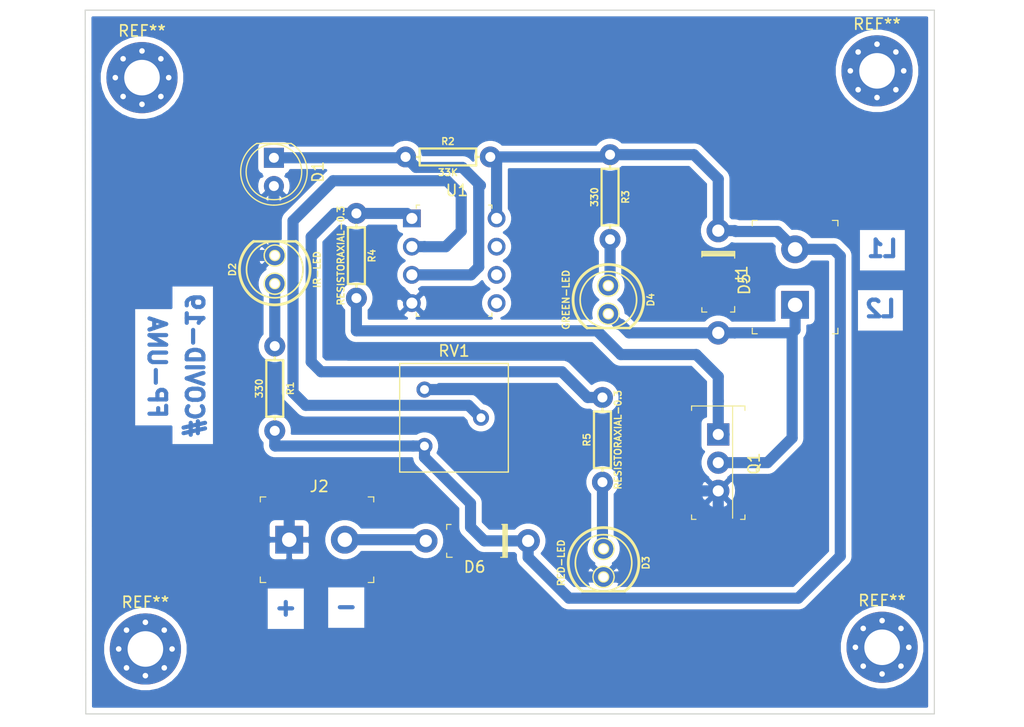
<source format=kicad_pcb>
(kicad_pcb (version 20171130) (host pcbnew "(5.1.2)-2")

  (general
    (thickness 1.6)
    (drawings 10)
    (tracks 126)
    (zones 0)
    (modules 20)
    (nets 12)
  )

  (page A4)
  (title_block
    (title Infrared_Gel_Universal_Dispenser)
    (date 2020-03-14)
    (rev 00)
    (company "Company: Unversidad Nacional de Asunción -  Facultad Politécnica")
    (comment 1 "Project Name: COVID-19")
    (comment 2 "License: CC BY 4.0")
    (comment 3 Source:https://www.electroschematics.com/automatic-soap-dispenser-ir-proximity-sensor/)
    (comment 4 "Author: Abdon Troche Rotela")
  )

  (layers
    (0 F.Cu signal)
    (31 B.Cu signal)
    (32 B.Adhes user)
    (33 F.Adhes user)
    (34 B.Paste user)
    (35 F.Paste user)
    (36 B.SilkS user)
    (37 F.SilkS user)
    (38 B.Mask user)
    (39 F.Mask user)
    (40 Dwgs.User user)
    (41 Cmts.User user)
    (42 Eco1.User user)
    (43 Eco2.User user)
    (44 Edge.Cuts user)
    (45 Margin user)
    (46 B.CrtYd user)
    (47 F.CrtYd user)
    (48 B.Fab user)
    (49 F.Fab user)
  )

  (setup
    (last_trace_width 0.25)
    (user_trace_width 0.25)
    (user_trace_width 1)
    (trace_clearance 0.2)
    (zone_clearance 0.508)
    (zone_45_only no)
    (trace_min 0.2)
    (via_size 0.8)
    (via_drill 0.4)
    (via_min_size 0.4)
    (via_min_drill 0.3)
    (uvia_size 0.3)
    (uvia_drill 0.1)
    (uvias_allowed no)
    (uvia_min_size 0.2)
    (uvia_min_drill 0.1)
    (edge_width 0.05)
    (segment_width 0.2)
    (pcb_text_width 0.3)
    (pcb_text_size 1.5 1.5)
    (mod_edge_width 0.12)
    (mod_text_size 1 1)
    (mod_text_width 0.15)
    (pad_size 1.524 1.524)
    (pad_drill 0.762)
    (pad_to_mask_clearance 0.051)
    (solder_mask_min_width 0.25)
    (aux_axis_origin 0 0)
    (visible_elements 7FFFFFFF)
    (pcbplotparams
      (layerselection 0x010fc_ffffffff)
      (usegerberextensions false)
      (usegerberattributes false)
      (usegerberadvancedattributes false)
      (creategerberjobfile false)
      (excludeedgelayer true)
      (linewidth 0.100000)
      (plotframeref false)
      (viasonmask false)
      (mode 1)
      (useauxorigin false)
      (hpglpennumber 1)
      (hpglpenspeed 20)
      (hpglpendiameter 15.000000)
      (psnegative false)
      (psa4output false)
      (plotreference true)
      (plotvalue true)
      (plotinvisibletext false)
      (padsonsilk false)
      (subtractmaskfromsilk false)
      (outputformat 1)
      (mirror false)
      (drillshape 1)
      (scaleselection 1)
      (outputdirectory ""))
  )

  (net 0 "")
  (net 1 "Net-(R4-PadP$1)")
  (net 2 "Net-(RV1-Pad2)")
  (net 3 GND)
  (net 4 "Net-(D1-Pad1)")
  (net 5 "Net-(D2-PadA)")
  (net 6 "Net-(D3-PadA)")
  (net 7 "Net-(D4-PadK)")
  (net 8 "Net-(D4-PadA)")
  (net 9 VCC)
  (net 10 "Net-(D6-PadA)")
  (net 11 "Net-(Q1-Pad1)")

  (net_class Default "This is the default net class."
    (clearance 0.2)
    (trace_width 0.25)
    (via_dia 0.8)
    (via_drill 0.4)
    (uvia_dia 0.3)
    (uvia_drill 0.1)
    (add_net GND)
    (add_net "Net-(D1-Pad1)")
    (add_net "Net-(D2-PadA)")
    (add_net "Net-(D3-PadA)")
    (add_net "Net-(D4-PadA)")
    (add_net "Net-(D4-PadK)")
    (add_net "Net-(D6-PadA)")
    (add_net "Net-(Q1-Pad1)")
    (add_net "Net-(R4-PadP$1)")
    (add_net "Net-(RV1-Pad2)")
    (add_net VCC)
  )

  (module MountingHole:MountingHole_3.2mm_M3_Pad_Via (layer F.Cu) (tedit 56DDBCCA) (tstamp 5E6E66FA)
    (at 106.7054 66.9544)
    (descr "Mounting Hole 3.2mm, M3")
    (tags "mounting hole 3.2mm m3")
    (attr virtual)
    (fp_text reference REF** (at 0 -4.2) (layer F.SilkS)
      (effects (font (size 1 1) (thickness 0.15)))
    )
    (fp_text value MountingHole_3.2mm_M3_Pad_Via (at 0 4.2) (layer F.Fab)
      (effects (font (size 1 1) (thickness 0.15)))
    )
    (fp_text user %R (at 0.3 0) (layer F.Fab)
      (effects (font (size 1 1) (thickness 0.15)))
    )
    (fp_circle (center 0 0) (end 3.2 0) (layer Cmts.User) (width 0.15))
    (fp_circle (center 0 0) (end 3.45 0) (layer F.CrtYd) (width 0.05))
    (pad 1 thru_hole circle (at 0 0) (size 6.4 6.4) (drill 3.2) (layers *.Cu *.Mask))
    (pad 1 thru_hole circle (at 2.4 0) (size 0.8 0.8) (drill 0.5) (layers *.Cu *.Mask))
    (pad 1 thru_hole circle (at 1.697056 1.697056) (size 0.8 0.8) (drill 0.5) (layers *.Cu *.Mask))
    (pad 1 thru_hole circle (at 0 2.4) (size 0.8 0.8) (drill 0.5) (layers *.Cu *.Mask))
    (pad 1 thru_hole circle (at -1.697056 1.697056) (size 0.8 0.8) (drill 0.5) (layers *.Cu *.Mask))
    (pad 1 thru_hole circle (at -2.4 0) (size 0.8 0.8) (drill 0.5) (layers *.Cu *.Mask))
    (pad 1 thru_hole circle (at -1.697056 -1.697056) (size 0.8 0.8) (drill 0.5) (layers *.Cu *.Mask))
    (pad 1 thru_hole circle (at 0 -2.4) (size 0.8 0.8) (drill 0.5) (layers *.Cu *.Mask))
    (pad 1 thru_hole circle (at 1.697056 -1.697056) (size 0.8 0.8) (drill 0.5) (layers *.Cu *.Mask))
  )

  (module MountingHole:MountingHole_3.2mm_M3_Pad_Via (layer F.Cu) (tedit 56DDBCCA) (tstamp 5E6E66FA)
    (at 107.0102 118.364)
    (descr "Mounting Hole 3.2mm, M3")
    (tags "mounting hole 3.2mm m3")
    (attr virtual)
    (fp_text reference REF** (at 0 -4.2) (layer F.SilkS)
      (effects (font (size 1 1) (thickness 0.15)))
    )
    (fp_text value MountingHole_3.2mm_M3_Pad_Via (at 0 4.2) (layer F.Fab)
      (effects (font (size 1 1) (thickness 0.15)))
    )
    (fp_text user %R (at 0.3 0) (layer F.Fab)
      (effects (font (size 1 1) (thickness 0.15)))
    )
    (fp_circle (center 0 0) (end 3.2 0) (layer Cmts.User) (width 0.15))
    (fp_circle (center 0 0) (end 3.45 0) (layer F.CrtYd) (width 0.05))
    (pad 1 thru_hole circle (at 0 0) (size 6.4 6.4) (drill 3.2) (layers *.Cu *.Mask))
    (pad 1 thru_hole circle (at 2.4 0) (size 0.8 0.8) (drill 0.5) (layers *.Cu *.Mask))
    (pad 1 thru_hole circle (at 1.697056 1.697056) (size 0.8 0.8) (drill 0.5) (layers *.Cu *.Mask))
    (pad 1 thru_hole circle (at 0 2.4) (size 0.8 0.8) (drill 0.5) (layers *.Cu *.Mask))
    (pad 1 thru_hole circle (at -1.697056 1.697056) (size 0.8 0.8) (drill 0.5) (layers *.Cu *.Mask))
    (pad 1 thru_hole circle (at -2.4 0) (size 0.8 0.8) (drill 0.5) (layers *.Cu *.Mask))
    (pad 1 thru_hole circle (at -1.697056 -1.697056) (size 0.8 0.8) (drill 0.5) (layers *.Cu *.Mask))
    (pad 1 thru_hole circle (at 0 -2.4) (size 0.8 0.8) (drill 0.5) (layers *.Cu *.Mask))
    (pad 1 thru_hole circle (at 1.697056 -1.697056) (size 0.8 0.8) (drill 0.5) (layers *.Cu *.Mask))
  )

  (module MountingHole:MountingHole_3.2mm_M3_Pad_Via (layer F.Cu) (tedit 56DDBCCA) (tstamp 5E6E66FA)
    (at 173.2534 118.2116)
    (descr "Mounting Hole 3.2mm, M3")
    (tags "mounting hole 3.2mm m3")
    (attr virtual)
    (fp_text reference REF** (at 0 -4.2) (layer F.SilkS)
      (effects (font (size 1 1) (thickness 0.15)))
    )
    (fp_text value MountingHole_3.2mm_M3_Pad_Via (at 0 4.2) (layer F.Fab)
      (effects (font (size 1 1) (thickness 0.15)))
    )
    (fp_text user %R (at 0.3 0) (layer F.Fab)
      (effects (font (size 1 1) (thickness 0.15)))
    )
    (fp_circle (center 0 0) (end 3.2 0) (layer Cmts.User) (width 0.15))
    (fp_circle (center 0 0) (end 3.45 0) (layer F.CrtYd) (width 0.05))
    (pad 1 thru_hole circle (at 0 0) (size 6.4 6.4) (drill 3.2) (layers *.Cu *.Mask))
    (pad 1 thru_hole circle (at 2.4 0) (size 0.8 0.8) (drill 0.5) (layers *.Cu *.Mask))
    (pad 1 thru_hole circle (at 1.697056 1.697056) (size 0.8 0.8) (drill 0.5) (layers *.Cu *.Mask))
    (pad 1 thru_hole circle (at 0 2.4) (size 0.8 0.8) (drill 0.5) (layers *.Cu *.Mask))
    (pad 1 thru_hole circle (at -1.697056 1.697056) (size 0.8 0.8) (drill 0.5) (layers *.Cu *.Mask))
    (pad 1 thru_hole circle (at -2.4 0) (size 0.8 0.8) (drill 0.5) (layers *.Cu *.Mask))
    (pad 1 thru_hole circle (at -1.697056 -1.697056) (size 0.8 0.8) (drill 0.5) (layers *.Cu *.Mask))
    (pad 1 thru_hole circle (at 0 -2.4) (size 0.8 0.8) (drill 0.5) (layers *.Cu *.Mask))
    (pad 1 thru_hole circle (at 1.697056 -1.697056) (size 0.8 0.8) (drill 0.5) (layers *.Cu *.Mask))
  )

  (module MountingHole:MountingHole_3.2mm_M3_Pad_Via (layer F.Cu) (tedit 56DDBCCA) (tstamp 5E6E66E8)
    (at 172.7962 66.3448)
    (descr "Mounting Hole 3.2mm, M3")
    (tags "mounting hole 3.2mm m3")
    (attr virtual)
    (fp_text reference REF** (at 0 -4.2) (layer F.SilkS)
      (effects (font (size 1 1) (thickness 0.15)))
    )
    (fp_text value MountingHole_3.2mm_M3_Pad_Via (at 0 4.2) (layer F.Fab)
      (effects (font (size 1 1) (thickness 0.15)))
    )
    (fp_circle (center 0 0) (end 3.45 0) (layer F.CrtYd) (width 0.05))
    (fp_circle (center 0 0) (end 3.2 0) (layer Cmts.User) (width 0.15))
    (fp_text user %R (at 0.3 0) (layer F.Fab)
      (effects (font (size 1 1) (thickness 0.15)))
    )
    (pad 1 thru_hole circle (at 1.697056 -1.697056) (size 0.8 0.8) (drill 0.5) (layers *.Cu *.Mask))
    (pad 1 thru_hole circle (at 0 -2.4) (size 0.8 0.8) (drill 0.5) (layers *.Cu *.Mask))
    (pad 1 thru_hole circle (at -1.697056 -1.697056) (size 0.8 0.8) (drill 0.5) (layers *.Cu *.Mask))
    (pad 1 thru_hole circle (at -2.4 0) (size 0.8 0.8) (drill 0.5) (layers *.Cu *.Mask))
    (pad 1 thru_hole circle (at -1.697056 1.697056) (size 0.8 0.8) (drill 0.5) (layers *.Cu *.Mask))
    (pad 1 thru_hole circle (at 0 2.4) (size 0.8 0.8) (drill 0.5) (layers *.Cu *.Mask))
    (pad 1 thru_hole circle (at 1.697056 1.697056) (size 0.8 0.8) (drill 0.5) (layers *.Cu *.Mask))
    (pad 1 thru_hole circle (at 2.4 0) (size 0.8 0.8) (drill 0.5) (layers *.Cu *.Mask))
    (pad 1 thru_hole circle (at 0 0) (size 6.4 6.4) (drill 3.2) (layers *.Cu *.Mask))
  )

  (module digikey-footprints:DIP-8_W7.62mm (layer F.Cu) (tedit 5B86B3A2) (tstamp 5E6E288F)
    (at 130.970201 79.622801)
    (descr http://media.digikey.com/pdf/Data%20Sheets/Lite-On%20PDFs/6N137%20Series.pdf)
    (path /5E721DFF)
    (fp_text reference U1 (at 4.05 -2.52) (layer F.SilkS)
      (effects (font (size 1 1) (thickness 0.15)))
    )
    (fp_text value LM358P (at 3.94 10.33) (layer F.Fab)
      (effects (font (size 1 1) (thickness 0.15)))
    )
    (fp_text user REF** (at 3.94 3.49) (layer F.Fab)
      (effects (font (size 1 1) (thickness 0.1)))
    )
    (fp_line (start 0.55 -1.04) (end 0.55 8.64) (layer F.Fab) (width 0.1))
    (fp_line (start 7.05 -1.04) (end 7.05 8.64) (layer F.Fab) (width 0.1))
    (fp_line (start 0.55 -1.04) (end 7.05 -1.04) (layer F.Fab) (width 0.1))
    (fp_line (start 0.55 8.64) (end 7.05 8.64) (layer F.Fab) (width 0.1))
    (fp_line (start 0.4 8.8) (end 0.7 8.8) (layer F.SilkS) (width 0.1))
    (fp_line (start 0.4 8.5) (end 0.4 8.8) (layer F.SilkS) (width 0.1))
    (fp_line (start 7.2 8.8) (end 6.9 8.8) (layer F.SilkS) (width 0.1))
    (fp_line (start 7.2 8.5) (end 7.2 8.8) (layer F.SilkS) (width 0.1))
    (fp_line (start 7.2 -1.2) (end 6.9 -1.2) (layer F.SilkS) (width 0.1))
    (fp_line (start 7.2 -0.9) (end 7.2 -1.2) (layer F.SilkS) (width 0.1))
    (fp_line (start 0.4 -1.2) (end 0.7 -1.2) (layer F.SilkS) (width 0.1))
    (fp_line (start 0.4 -0.9) (end 0.4 -1.2) (layer F.SilkS) (width 0.1))
    (fp_line (start -1.05 -1.29) (end 8.67 -1.29) (layer F.CrtYd) (width 0.1))
    (fp_line (start 8.67 -1.29) (end 8.67 8.89) (layer F.CrtYd) (width 0.1))
    (fp_line (start -1.05 -1.29) (end -1.05 8.89) (layer F.CrtYd) (width 0.1))
    (fp_line (start -1.05 8.89) (end 8.67 8.89) (layer F.CrtYd) (width 0.1))
    (pad 8 thru_hole circle (at 7.62 0) (size 1.6 1.6) (drill 1) (layers *.Cu *.Mask)
      (net 9 VCC))
    (pad 7 thru_hole circle (at 7.62 2.54) (size 1.6 1.6) (drill 1) (layers *.Cu *.Mask))
    (pad 6 thru_hole circle (at 7.62 5.08) (size 1.6 1.6) (drill 1) (layers *.Cu *.Mask))
    (pad 5 thru_hole circle (at 7.62 7.62) (size 1.6 1.6) (drill 1) (layers *.Cu *.Mask))
    (pad 4 thru_hole circle (at 0 7.62) (size 1.6 1.6) (drill 1) (layers *.Cu *.Mask)
      (net 3 GND))
    (pad 3 thru_hole circle (at 0 5.08) (size 1.6 1.6) (drill 1) (layers *.Cu *.Mask)
      (net 4 "Net-(D1-Pad1)"))
    (pad 2 thru_hole circle (at 0 2.54) (size 1.6 1.6) (drill 1) (layers *.Cu *.Mask)
      (net 2 "Net-(RV1-Pad2)"))
    (pad 1 thru_hole rect (at 0 0) (size 1.6 1.6) (drill 1) (layers *.Cu *.Mask)
      (net 1 "Net-(R4-PadP$1)"))
    (model ${KISYS3DMOD}/Package_DIP.3dshapes/DIP-8_W7.62mm.step
      (at (xyz 0 0 0))
      (scale (xyz 1 1 1))
      (rotate (xyz 0 0 0))
    )
  )

  (module LED:LED_5MM-KIT (layer F.Cu) (tedit 200000) (tstamp 5E6DC7A0)
    (at 148.6408 86.9442 270)
    (descr "LED 5MM KIT PTH")
    (tags "LED 5MM KIT PTH")
    (path /5E6E58A1)
    (attr virtual)
    (fp_text reference D4 (at 0 -3.81 90) (layer F.SilkS)
      (effects (font (size 0.6096 0.6096) (thickness 0.127)))
    )
    (fp_text value GREEN-LED (at 0 3.81 90) (layer F.SilkS)
      (effects (font (size 0.6096 0.6096) (thickness 0.127)))
    )
    (fp_arc (start 0 0) (end 2.54 1.905) (angle 286.2) (layer F.SilkS) (width 0.254))
    (fp_arc (start 0 0) (end 2.159 0) (angle 90) (layer Dwgs.User) (width 0.1524))
    (fp_arc (start 0 0) (end -2.159 0) (angle 90) (layer Dwgs.User) (width 0.1524))
    (fp_arc (start 0 0) (end 1.651 0) (angle 90) (layer Dwgs.User) (width 0.1524))
    (fp_arc (start 0 0) (end -1.651 0) (angle 90) (layer Dwgs.User) (width 0.1524))
    (fp_arc (start 0 0) (end 1.143 0) (angle 90) (layer Dwgs.User) (width 0.1524))
    (fp_arc (start 0 0) (end -1.143 0) (angle 90) (layer Dwgs.User) (width 0.1524))
    (fp_circle (center 0 0) (end 0 -2.54) (layer F.SilkS) (width 0.1524))
    (fp_line (start 1.36652 0.43434) (end 1.27 0.4445) (layer F.SilkS) (width 0.127))
    (fp_line (start 1.45796 0.40132) (end 1.36652 0.43434) (layer F.SilkS) (width 0.127))
    (fp_line (start 1.54178 0.35052) (end 1.45796 0.40132) (layer F.SilkS) (width 0.127))
    (fp_line (start 1.6129 0.28194) (end 1.54178 0.35052) (layer F.SilkS) (width 0.127))
    (fp_line (start 1.66624 0.19812) (end 1.6129 0.28194) (layer F.SilkS) (width 0.127))
    (fp_line (start 1.69926 0.10668) (end 1.66624 0.19812) (layer F.SilkS) (width 0.127))
    (fp_line (start 1.70942 0.00762) (end 1.69926 0.10668) (layer F.SilkS) (width 0.127))
    (fp_line (start 1.7018 -0.0889) (end 1.70942 0.00762) (layer F.SilkS) (width 0.127))
    (fp_line (start 1.66878 -0.18542) (end 1.7018 -0.0889) (layer F.SilkS) (width 0.127))
    (fp_line (start 1.61798 -0.27178) (end 1.66878 -0.18542) (layer F.SilkS) (width 0.127))
    (fp_line (start 1.54686 -0.3429) (end 1.61798 -0.27178) (layer F.SilkS) (width 0.127))
    (fp_line (start 1.46304 -0.39878) (end 1.54686 -0.3429) (layer F.SilkS) (width 0.127))
    (fp_line (start 1.36906 -0.4318) (end 1.46304 -0.39878) (layer F.SilkS) (width 0.127))
    (fp_line (start 1.27 -0.4445) (end 1.36906 -0.4318) (layer F.SilkS) (width 0.127))
    (fp_line (start 1.1684 -0.4318) (end 1.27 -0.4445) (layer F.SilkS) (width 0.127))
    (fp_line (start 1.07188 -0.39624) (end 1.1684 -0.4318) (layer F.SilkS) (width 0.127))
    (fp_line (start 0.98806 -0.34036) (end 1.07188 -0.39624) (layer F.SilkS) (width 0.127))
    (fp_line (start 0.91694 -0.26416) (end 0.98806 -0.34036) (layer F.SilkS) (width 0.127))
    (fp_line (start 0.8636 -0.1778) (end 0.91694 -0.26416) (layer F.SilkS) (width 0.127))
    (fp_line (start 0.83312 -0.08128) (end 0.8636 -0.1778) (layer F.SilkS) (width 0.127))
    (fp_line (start 0.8255 0.01778) (end 0.83312 -0.08128) (layer F.SilkS) (width 0.127))
    (fp_line (start 0.8382 0.1143) (end 0.8255 0.01778) (layer F.SilkS) (width 0.127))
    (fp_line (start 0.87122 0.20574) (end 0.8382 0.1143) (layer F.SilkS) (width 0.127))
    (fp_line (start 0.92456 0.28702) (end 0.87122 0.20574) (layer F.SilkS) (width 0.127))
    (fp_line (start 0.99568 0.3556) (end 0.92456 0.28702) (layer F.SilkS) (width 0.127))
    (fp_line (start 1.0795 0.40386) (end 0.99568 0.3556) (layer F.SilkS) (width 0.127))
    (fp_line (start 1.17094 0.43434) (end 1.0795 0.40386) (layer F.SilkS) (width 0.127))
    (fp_line (start 1.27 0.4445) (end 1.17094 0.43434) (layer F.SilkS) (width 0.127))
    (fp_line (start 1.45542 0.93472) (end 1.27 0.9525) (layer F.SilkS) (width 0.127))
    (fp_line (start 1.63068 0.88392) (end 1.45542 0.93472) (layer F.SilkS) (width 0.127))
    (fp_line (start 1.79324 0.8001) (end 1.63068 0.88392) (layer F.SilkS) (width 0.127))
    (fp_line (start 1.93802 0.68326) (end 1.79324 0.8001) (layer F.SilkS) (width 0.127))
    (fp_line (start 2.05486 0.54356) (end 1.93802 0.68326) (layer F.SilkS) (width 0.127))
    (fp_line (start 2.14376 0.381) (end 2.05486 0.54356) (layer F.SilkS) (width 0.127))
    (fp_line (start 2.19964 0.20574) (end 2.14376 0.381) (layer F.SilkS) (width 0.127))
    (fp_line (start 2.21996 0.0254) (end 2.19964 0.20574) (layer F.SilkS) (width 0.127))
    (fp_line (start 2.20726 -0.1397) (end 2.21996 0.0254) (layer F.SilkS) (width 0.127))
    (fp_line (start 2.16662 -0.3048) (end 2.20726 -0.1397) (layer F.SilkS) (width 0.127))
    (fp_line (start 2.0955 -0.4572) (end 2.16662 -0.3048) (layer F.SilkS) (width 0.127))
    (fp_line (start 2.00152 -0.5969) (end 2.0955 -0.4572) (layer F.SilkS) (width 0.127))
    (fp_line (start 1.88468 -0.71628) (end 2.00152 -0.5969) (layer F.SilkS) (width 0.127))
    (fp_line (start 1.75006 -0.81534) (end 1.88468 -0.71628) (layer F.SilkS) (width 0.127))
    (fp_line (start 1.59766 -0.889) (end 1.75006 -0.81534) (layer F.SilkS) (width 0.127))
    (fp_line (start 1.4351 -0.93472) (end 1.59766 -0.889) (layer F.SilkS) (width 0.127))
    (fp_line (start 1.27 -0.9525) (end 1.4351 -0.93472) (layer F.SilkS) (width 0.127))
    (fp_line (start 1.10236 -0.93472) (end 1.27 -0.9525) (layer F.SilkS) (width 0.127))
    (fp_line (start 0.9398 -0.889) (end 1.10236 -0.93472) (layer F.SilkS) (width 0.127))
    (fp_line (start 0.7874 -0.81534) (end 0.9398 -0.889) (layer F.SilkS) (width 0.127))
    (fp_line (start 0.65278 -0.71882) (end 0.7874 -0.81534) (layer F.SilkS) (width 0.127))
    (fp_line (start 0.5334 -0.59944) (end 0.65278 -0.71882) (layer F.SilkS) (width 0.127))
    (fp_line (start 0.43942 -0.45974) (end 0.5334 -0.59944) (layer F.SilkS) (width 0.127))
    (fp_line (start 0.37084 -0.30734) (end 0.43942 -0.45974) (layer F.SilkS) (width 0.127))
    (fp_line (start 0.3302 -0.14224) (end 0.37084 -0.30734) (layer F.SilkS) (width 0.127))
    (fp_line (start 0.3175 0.02032) (end 0.3302 -0.14224) (layer F.SilkS) (width 0.127))
    (fp_line (start 0.33782 0.20574) (end 0.3175 0.02032) (layer F.SilkS) (width 0.127))
    (fp_line (start 0.3937 0.381) (end 0.33782 0.20574) (layer F.SilkS) (width 0.127))
    (fp_line (start 0.4826 0.54356) (end 0.3937 0.381) (layer F.SilkS) (width 0.127))
    (fp_line (start 0.60198 0.68326) (end 0.4826 0.54356) (layer F.SilkS) (width 0.127))
    (fp_line (start 0.74676 0.8001) (end 0.60198 0.68326) (layer F.SilkS) (width 0.127))
    (fp_line (start 0.90932 0.88392) (end 0.74676 0.8001) (layer F.SilkS) (width 0.127))
    (fp_line (start 1.08712 0.93472) (end 0.90932 0.88392) (layer F.SilkS) (width 0.127))
    (fp_line (start 1.27 0.9525) (end 1.08712 0.93472) (layer F.SilkS) (width 0.127))
    (fp_line (start -1.17094 0.43434) (end -1.27 0.4445) (layer F.SilkS) (width 0.127))
    (fp_line (start -1.0795 0.40132) (end -1.17094 0.43434) (layer F.SilkS) (width 0.127))
    (fp_line (start -0.99568 0.35052) (end -1.0795 0.40132) (layer F.SilkS) (width 0.127))
    (fp_line (start -0.92456 0.28194) (end -0.99568 0.35052) (layer F.SilkS) (width 0.127))
    (fp_line (start -0.87122 0.19812) (end -0.92456 0.28194) (layer F.SilkS) (width 0.127))
    (fp_line (start -0.8382 0.10668) (end -0.87122 0.19812) (layer F.SilkS) (width 0.127))
    (fp_line (start -0.82804 0.00762) (end -0.8382 0.10668) (layer F.SilkS) (width 0.127))
    (fp_line (start -0.83566 -0.0889) (end -0.82804 0.00762) (layer F.SilkS) (width 0.127))
    (fp_line (start -0.86868 -0.18542) (end -0.83566 -0.0889) (layer F.SilkS) (width 0.127))
    (fp_line (start -0.91948 -0.27178) (end -0.86868 -0.18542) (layer F.SilkS) (width 0.127))
    (fp_line (start -0.9906 -0.3429) (end -0.91948 -0.27178) (layer F.SilkS) (width 0.127))
    (fp_line (start -1.07442 -0.39878) (end -0.9906 -0.3429) (layer F.SilkS) (width 0.127))
    (fp_line (start -1.1684 -0.4318) (end -1.07442 -0.39878) (layer F.SilkS) (width 0.127))
    (fp_line (start -1.27 -0.4445) (end -1.1684 -0.4318) (layer F.SilkS) (width 0.127))
    (fp_line (start -1.36906 -0.4318) (end -1.27 -0.4445) (layer F.SilkS) (width 0.127))
    (fp_line (start -1.46558 -0.39624) (end -1.36906 -0.4318) (layer F.SilkS) (width 0.127))
    (fp_line (start -1.5494 -0.34036) (end -1.46558 -0.39624) (layer F.SilkS) (width 0.127))
    (fp_line (start -1.62052 -0.26416) (end -1.5494 -0.34036) (layer F.SilkS) (width 0.127))
    (fp_line (start -1.67386 -0.1778) (end -1.62052 -0.26416) (layer F.SilkS) (width 0.127))
    (fp_line (start -1.70434 -0.08128) (end -1.67386 -0.1778) (layer F.SilkS) (width 0.127))
    (fp_line (start -1.7145 0.01778) (end -1.70434 -0.08128) (layer F.SilkS) (width 0.127))
    (fp_line (start -1.69926 0.1143) (end -1.7145 0.01778) (layer F.SilkS) (width 0.127))
    (fp_line (start -1.66624 0.20574) (end -1.69926 0.1143) (layer F.SilkS) (width 0.127))
    (fp_line (start -1.6129 0.28702) (end -1.66624 0.20574) (layer F.SilkS) (width 0.127))
    (fp_line (start -1.54178 0.3556) (end -1.6129 0.28702) (layer F.SilkS) (width 0.127))
    (fp_line (start -1.45796 0.40386) (end -1.54178 0.3556) (layer F.SilkS) (width 0.127))
    (fp_line (start -1.36652 0.43434) (end -1.45796 0.40386) (layer F.SilkS) (width 0.127))
    (fp_line (start -1.27 0.4445) (end -1.36652 0.43434) (layer F.SilkS) (width 0.127))
    (fp_line (start -1.08204 0.93472) (end -1.26746 0.9525) (layer F.SilkS) (width 0.127))
    (fp_line (start -0.90678 0.88392) (end -1.08204 0.93472) (layer F.SilkS) (width 0.127))
    (fp_line (start -0.74422 0.8001) (end -0.90678 0.88392) (layer F.SilkS) (width 0.127))
    (fp_line (start -0.59944 0.68326) (end -0.74422 0.8001) (layer F.SilkS) (width 0.127))
    (fp_line (start -0.4826 0.54356) (end -0.59944 0.68326) (layer F.SilkS) (width 0.127))
    (fp_line (start -0.3937 0.381) (end -0.4826 0.54356) (layer F.SilkS) (width 0.127))
    (fp_line (start -0.33782 0.20574) (end -0.3937 0.381) (layer F.SilkS) (width 0.127))
    (fp_line (start -0.3175 0.0254) (end -0.33782 0.20574) (layer F.SilkS) (width 0.127))
    (fp_line (start -0.3302 -0.1397) (end -0.3175 0.0254) (layer F.SilkS) (width 0.127))
    (fp_line (start -0.37084 -0.3048) (end -0.3302 -0.1397) (layer F.SilkS) (width 0.127))
    (fp_line (start -0.44196 -0.4572) (end -0.37084 -0.3048) (layer F.SilkS) (width 0.127))
    (fp_line (start -0.53594 -0.5969) (end -0.44196 -0.4572) (layer F.SilkS) (width 0.127))
    (fp_line (start -0.65278 -0.71628) (end -0.53594 -0.5969) (layer F.SilkS) (width 0.127))
    (fp_line (start -0.7874 -0.81534) (end -0.65278 -0.71628) (layer F.SilkS) (width 0.127))
    (fp_line (start -0.9398 -0.889) (end -0.7874 -0.81534) (layer F.SilkS) (width 0.127))
    (fp_line (start -1.10236 -0.93472) (end -0.9398 -0.889) (layer F.SilkS) (width 0.127))
    (fp_line (start -1.27 -0.9525) (end -1.10236 -0.93472) (layer F.SilkS) (width 0.127))
    (fp_line (start -1.4351 -0.93472) (end -1.27 -0.9525) (layer F.SilkS) (width 0.127))
    (fp_line (start -1.59766 -0.889) (end -1.4351 -0.93472) (layer F.SilkS) (width 0.127))
    (fp_line (start -1.75006 -0.81534) (end -1.59766 -0.889) (layer F.SilkS) (width 0.127))
    (fp_line (start -1.88468 -0.71882) (end -1.75006 -0.81534) (layer F.SilkS) (width 0.127))
    (fp_line (start -2.00406 -0.59944) (end -1.88468 -0.71882) (layer F.SilkS) (width 0.127))
    (fp_line (start -2.09804 -0.45974) (end -2.00406 -0.59944) (layer F.SilkS) (width 0.127))
    (fp_line (start -2.16662 -0.30734) (end -2.09804 -0.45974) (layer F.SilkS) (width 0.127))
    (fp_line (start -2.20726 -0.14224) (end -2.16662 -0.30734) (layer F.SilkS) (width 0.127))
    (fp_line (start -2.21996 0.02032) (end -2.20726 -0.14224) (layer F.SilkS) (width 0.127))
    (fp_line (start -2.19964 0.20574) (end -2.21996 0.02032) (layer F.SilkS) (width 0.127))
    (fp_line (start -2.14376 0.381) (end -2.19964 0.20574) (layer F.SilkS) (width 0.127))
    (fp_line (start -2.05486 0.54356) (end -2.14376 0.381) (layer F.SilkS) (width 0.127))
    (fp_line (start -1.93548 0.68326) (end -2.05486 0.54356) (layer F.SilkS) (width 0.127))
    (fp_line (start -1.7907 0.8001) (end -1.93548 0.68326) (layer F.SilkS) (width 0.127))
    (fp_line (start -1.62814 0.88392) (end -1.7907 0.8001) (layer F.SilkS) (width 0.127))
    (fp_line (start -1.45034 0.93472) (end -1.62814 0.88392) (layer F.SilkS) (width 0.127))
    (fp_line (start -1.26746 0.9525) (end -1.45034 0.93472) (layer F.SilkS) (width 0.127))
    (fp_line (start 2.54 1.905) (end 2.54 -1.905) (layer Dwgs.User) (width 0.2032))
    (fp_line (start 2.54 1.905) (end 2.54 -1.905) (layer F.SilkS) (width 0.2032))
    (fp_line (start 2.54 1.905) (end 2.54 -1.905) (layer F.SilkS) (width 0.2032))
    (pad K thru_hole circle (at 1.27 0 270) (size 1.8796 1.8796) (drill 0.8128) (layers *.Cu *.Mask)
      (net 7 "Net-(D4-PadK)") (solder_mask_margin 0.1016))
    (pad A thru_hole circle (at -1.27 0 270) (size 1.8796 1.8796) (drill 0.8128) (layers *.Cu *.Mask)
      (net 8 "Net-(D4-PadA)") (solder_mask_margin 0.1016))
    (model ${KISYS3DMOD}/LED_THT.3dshapes/LED_D5.0mm_Clear.step
      (offset (xyz 1.2 0 0))
      (scale (xyz 1 1 1))
      (rotate (xyz 0 0 180))
    )
  )

  (module LED:LED_5MM-KIT (layer F.Cu) (tedit 200000) (tstamp 5E6DC713)
    (at 148.209 110.617 270)
    (descr "LED 5MM KIT PTH")
    (tags "LED 5MM KIT PTH")
    (path /5E6E5293)
    (attr virtual)
    (fp_text reference D3 (at 0 -3.81 90) (layer F.SilkS)
      (effects (font (size 0.6096 0.6096) (thickness 0.127)))
    )
    (fp_text value RED-LED (at 0 3.81 90) (layer F.SilkS)
      (effects (font (size 0.6096 0.6096) (thickness 0.127)))
    )
    (fp_arc (start 0 0) (end 2.54 1.905) (angle 286.2) (layer F.SilkS) (width 0.254))
    (fp_arc (start 0 0) (end 2.159 0) (angle 90) (layer Dwgs.User) (width 0.1524))
    (fp_arc (start 0 0) (end -2.159 0) (angle 90) (layer Dwgs.User) (width 0.1524))
    (fp_arc (start 0 0) (end 1.651 0) (angle 90) (layer Dwgs.User) (width 0.1524))
    (fp_arc (start 0 0) (end -1.651 0) (angle 90) (layer Dwgs.User) (width 0.1524))
    (fp_arc (start 0 0) (end 1.143 0) (angle 90) (layer Dwgs.User) (width 0.1524))
    (fp_arc (start 0 0) (end -1.143 0) (angle 90) (layer Dwgs.User) (width 0.1524))
    (fp_circle (center 0 0) (end 0 -2.54) (layer F.SilkS) (width 0.1524))
    (fp_line (start 1.36652 0.43434) (end 1.27 0.4445) (layer F.SilkS) (width 0.127))
    (fp_line (start 1.45796 0.40132) (end 1.36652 0.43434) (layer F.SilkS) (width 0.127))
    (fp_line (start 1.54178 0.35052) (end 1.45796 0.40132) (layer F.SilkS) (width 0.127))
    (fp_line (start 1.6129 0.28194) (end 1.54178 0.35052) (layer F.SilkS) (width 0.127))
    (fp_line (start 1.66624 0.19812) (end 1.6129 0.28194) (layer F.SilkS) (width 0.127))
    (fp_line (start 1.69926 0.10668) (end 1.66624 0.19812) (layer F.SilkS) (width 0.127))
    (fp_line (start 1.70942 0.00762) (end 1.69926 0.10668) (layer F.SilkS) (width 0.127))
    (fp_line (start 1.7018 -0.0889) (end 1.70942 0.00762) (layer F.SilkS) (width 0.127))
    (fp_line (start 1.66878 -0.18542) (end 1.7018 -0.0889) (layer F.SilkS) (width 0.127))
    (fp_line (start 1.61798 -0.27178) (end 1.66878 -0.18542) (layer F.SilkS) (width 0.127))
    (fp_line (start 1.54686 -0.3429) (end 1.61798 -0.27178) (layer F.SilkS) (width 0.127))
    (fp_line (start 1.46304 -0.39878) (end 1.54686 -0.3429) (layer F.SilkS) (width 0.127))
    (fp_line (start 1.36906 -0.4318) (end 1.46304 -0.39878) (layer F.SilkS) (width 0.127))
    (fp_line (start 1.27 -0.4445) (end 1.36906 -0.4318) (layer F.SilkS) (width 0.127))
    (fp_line (start 1.1684 -0.4318) (end 1.27 -0.4445) (layer F.SilkS) (width 0.127))
    (fp_line (start 1.07188 -0.39624) (end 1.1684 -0.4318) (layer F.SilkS) (width 0.127))
    (fp_line (start 0.98806 -0.34036) (end 1.07188 -0.39624) (layer F.SilkS) (width 0.127))
    (fp_line (start 0.91694 -0.26416) (end 0.98806 -0.34036) (layer F.SilkS) (width 0.127))
    (fp_line (start 0.8636 -0.1778) (end 0.91694 -0.26416) (layer F.SilkS) (width 0.127))
    (fp_line (start 0.83312 -0.08128) (end 0.8636 -0.1778) (layer F.SilkS) (width 0.127))
    (fp_line (start 0.8255 0.01778) (end 0.83312 -0.08128) (layer F.SilkS) (width 0.127))
    (fp_line (start 0.8382 0.1143) (end 0.8255 0.01778) (layer F.SilkS) (width 0.127))
    (fp_line (start 0.87122 0.20574) (end 0.8382 0.1143) (layer F.SilkS) (width 0.127))
    (fp_line (start 0.92456 0.28702) (end 0.87122 0.20574) (layer F.SilkS) (width 0.127))
    (fp_line (start 0.99568 0.3556) (end 0.92456 0.28702) (layer F.SilkS) (width 0.127))
    (fp_line (start 1.0795 0.40386) (end 0.99568 0.3556) (layer F.SilkS) (width 0.127))
    (fp_line (start 1.17094 0.43434) (end 1.0795 0.40386) (layer F.SilkS) (width 0.127))
    (fp_line (start 1.27 0.4445) (end 1.17094 0.43434) (layer F.SilkS) (width 0.127))
    (fp_line (start 1.45542 0.93472) (end 1.27 0.9525) (layer F.SilkS) (width 0.127))
    (fp_line (start 1.63068 0.88392) (end 1.45542 0.93472) (layer F.SilkS) (width 0.127))
    (fp_line (start 1.79324 0.8001) (end 1.63068 0.88392) (layer F.SilkS) (width 0.127))
    (fp_line (start 1.93802 0.68326) (end 1.79324 0.8001) (layer F.SilkS) (width 0.127))
    (fp_line (start 2.05486 0.54356) (end 1.93802 0.68326) (layer F.SilkS) (width 0.127))
    (fp_line (start 2.14376 0.381) (end 2.05486 0.54356) (layer F.SilkS) (width 0.127))
    (fp_line (start 2.19964 0.20574) (end 2.14376 0.381) (layer F.SilkS) (width 0.127))
    (fp_line (start 2.21996 0.0254) (end 2.19964 0.20574) (layer F.SilkS) (width 0.127))
    (fp_line (start 2.20726 -0.1397) (end 2.21996 0.0254) (layer F.SilkS) (width 0.127))
    (fp_line (start 2.16662 -0.3048) (end 2.20726 -0.1397) (layer F.SilkS) (width 0.127))
    (fp_line (start 2.0955 -0.4572) (end 2.16662 -0.3048) (layer F.SilkS) (width 0.127))
    (fp_line (start 2.00152 -0.5969) (end 2.0955 -0.4572) (layer F.SilkS) (width 0.127))
    (fp_line (start 1.88468 -0.71628) (end 2.00152 -0.5969) (layer F.SilkS) (width 0.127))
    (fp_line (start 1.75006 -0.81534) (end 1.88468 -0.71628) (layer F.SilkS) (width 0.127))
    (fp_line (start 1.59766 -0.889) (end 1.75006 -0.81534) (layer F.SilkS) (width 0.127))
    (fp_line (start 1.4351 -0.93472) (end 1.59766 -0.889) (layer F.SilkS) (width 0.127))
    (fp_line (start 1.27 -0.9525) (end 1.4351 -0.93472) (layer F.SilkS) (width 0.127))
    (fp_line (start 1.10236 -0.93472) (end 1.27 -0.9525) (layer F.SilkS) (width 0.127))
    (fp_line (start 0.9398 -0.889) (end 1.10236 -0.93472) (layer F.SilkS) (width 0.127))
    (fp_line (start 0.7874 -0.81534) (end 0.9398 -0.889) (layer F.SilkS) (width 0.127))
    (fp_line (start 0.65278 -0.71882) (end 0.7874 -0.81534) (layer F.SilkS) (width 0.127))
    (fp_line (start 0.5334 -0.59944) (end 0.65278 -0.71882) (layer F.SilkS) (width 0.127))
    (fp_line (start 0.43942 -0.45974) (end 0.5334 -0.59944) (layer F.SilkS) (width 0.127))
    (fp_line (start 0.37084 -0.30734) (end 0.43942 -0.45974) (layer F.SilkS) (width 0.127))
    (fp_line (start 0.3302 -0.14224) (end 0.37084 -0.30734) (layer F.SilkS) (width 0.127))
    (fp_line (start 0.3175 0.02032) (end 0.3302 -0.14224) (layer F.SilkS) (width 0.127))
    (fp_line (start 0.33782 0.20574) (end 0.3175 0.02032) (layer F.SilkS) (width 0.127))
    (fp_line (start 0.3937 0.381) (end 0.33782 0.20574) (layer F.SilkS) (width 0.127))
    (fp_line (start 0.4826 0.54356) (end 0.3937 0.381) (layer F.SilkS) (width 0.127))
    (fp_line (start 0.60198 0.68326) (end 0.4826 0.54356) (layer F.SilkS) (width 0.127))
    (fp_line (start 0.74676 0.8001) (end 0.60198 0.68326) (layer F.SilkS) (width 0.127))
    (fp_line (start 0.90932 0.88392) (end 0.74676 0.8001) (layer F.SilkS) (width 0.127))
    (fp_line (start 1.08712 0.93472) (end 0.90932 0.88392) (layer F.SilkS) (width 0.127))
    (fp_line (start 1.27 0.9525) (end 1.08712 0.93472) (layer F.SilkS) (width 0.127))
    (fp_line (start -1.17094 0.43434) (end -1.27 0.4445) (layer F.SilkS) (width 0.127))
    (fp_line (start -1.0795 0.40132) (end -1.17094 0.43434) (layer F.SilkS) (width 0.127))
    (fp_line (start -0.99568 0.35052) (end -1.0795 0.40132) (layer F.SilkS) (width 0.127))
    (fp_line (start -0.92456 0.28194) (end -0.99568 0.35052) (layer F.SilkS) (width 0.127))
    (fp_line (start -0.87122 0.19812) (end -0.92456 0.28194) (layer F.SilkS) (width 0.127))
    (fp_line (start -0.8382 0.10668) (end -0.87122 0.19812) (layer F.SilkS) (width 0.127))
    (fp_line (start -0.82804 0.00762) (end -0.8382 0.10668) (layer F.SilkS) (width 0.127))
    (fp_line (start -0.83566 -0.0889) (end -0.82804 0.00762) (layer F.SilkS) (width 0.127))
    (fp_line (start -0.86868 -0.18542) (end -0.83566 -0.0889) (layer F.SilkS) (width 0.127))
    (fp_line (start -0.91948 -0.27178) (end -0.86868 -0.18542) (layer F.SilkS) (width 0.127))
    (fp_line (start -0.9906 -0.3429) (end -0.91948 -0.27178) (layer F.SilkS) (width 0.127))
    (fp_line (start -1.07442 -0.39878) (end -0.9906 -0.3429) (layer F.SilkS) (width 0.127))
    (fp_line (start -1.1684 -0.4318) (end -1.07442 -0.39878) (layer F.SilkS) (width 0.127))
    (fp_line (start -1.27 -0.4445) (end -1.1684 -0.4318) (layer F.SilkS) (width 0.127))
    (fp_line (start -1.36906 -0.4318) (end -1.27 -0.4445) (layer F.SilkS) (width 0.127))
    (fp_line (start -1.46558 -0.39624) (end -1.36906 -0.4318) (layer F.SilkS) (width 0.127))
    (fp_line (start -1.5494 -0.34036) (end -1.46558 -0.39624) (layer F.SilkS) (width 0.127))
    (fp_line (start -1.62052 -0.26416) (end -1.5494 -0.34036) (layer F.SilkS) (width 0.127))
    (fp_line (start -1.67386 -0.1778) (end -1.62052 -0.26416) (layer F.SilkS) (width 0.127))
    (fp_line (start -1.70434 -0.08128) (end -1.67386 -0.1778) (layer F.SilkS) (width 0.127))
    (fp_line (start -1.7145 0.01778) (end -1.70434 -0.08128) (layer F.SilkS) (width 0.127))
    (fp_line (start -1.69926 0.1143) (end -1.7145 0.01778) (layer F.SilkS) (width 0.127))
    (fp_line (start -1.66624 0.20574) (end -1.69926 0.1143) (layer F.SilkS) (width 0.127))
    (fp_line (start -1.6129 0.28702) (end -1.66624 0.20574) (layer F.SilkS) (width 0.127))
    (fp_line (start -1.54178 0.3556) (end -1.6129 0.28702) (layer F.SilkS) (width 0.127))
    (fp_line (start -1.45796 0.40386) (end -1.54178 0.3556) (layer F.SilkS) (width 0.127))
    (fp_line (start -1.36652 0.43434) (end -1.45796 0.40386) (layer F.SilkS) (width 0.127))
    (fp_line (start -1.27 0.4445) (end -1.36652 0.43434) (layer F.SilkS) (width 0.127))
    (fp_line (start -1.08204 0.93472) (end -1.26746 0.9525) (layer F.SilkS) (width 0.127))
    (fp_line (start -0.90678 0.88392) (end -1.08204 0.93472) (layer F.SilkS) (width 0.127))
    (fp_line (start -0.74422 0.8001) (end -0.90678 0.88392) (layer F.SilkS) (width 0.127))
    (fp_line (start -0.59944 0.68326) (end -0.74422 0.8001) (layer F.SilkS) (width 0.127))
    (fp_line (start -0.4826 0.54356) (end -0.59944 0.68326) (layer F.SilkS) (width 0.127))
    (fp_line (start -0.3937 0.381) (end -0.4826 0.54356) (layer F.SilkS) (width 0.127))
    (fp_line (start -0.33782 0.20574) (end -0.3937 0.381) (layer F.SilkS) (width 0.127))
    (fp_line (start -0.3175 0.0254) (end -0.33782 0.20574) (layer F.SilkS) (width 0.127))
    (fp_line (start -0.3302 -0.1397) (end -0.3175 0.0254) (layer F.SilkS) (width 0.127))
    (fp_line (start -0.37084 -0.3048) (end -0.3302 -0.1397) (layer F.SilkS) (width 0.127))
    (fp_line (start -0.44196 -0.4572) (end -0.37084 -0.3048) (layer F.SilkS) (width 0.127))
    (fp_line (start -0.53594 -0.5969) (end -0.44196 -0.4572) (layer F.SilkS) (width 0.127))
    (fp_line (start -0.65278 -0.71628) (end -0.53594 -0.5969) (layer F.SilkS) (width 0.127))
    (fp_line (start -0.7874 -0.81534) (end -0.65278 -0.71628) (layer F.SilkS) (width 0.127))
    (fp_line (start -0.9398 -0.889) (end -0.7874 -0.81534) (layer F.SilkS) (width 0.127))
    (fp_line (start -1.10236 -0.93472) (end -0.9398 -0.889) (layer F.SilkS) (width 0.127))
    (fp_line (start -1.27 -0.9525) (end -1.10236 -0.93472) (layer F.SilkS) (width 0.127))
    (fp_line (start -1.4351 -0.93472) (end -1.27 -0.9525) (layer F.SilkS) (width 0.127))
    (fp_line (start -1.59766 -0.889) (end -1.4351 -0.93472) (layer F.SilkS) (width 0.127))
    (fp_line (start -1.75006 -0.81534) (end -1.59766 -0.889) (layer F.SilkS) (width 0.127))
    (fp_line (start -1.88468 -0.71882) (end -1.75006 -0.81534) (layer F.SilkS) (width 0.127))
    (fp_line (start -2.00406 -0.59944) (end -1.88468 -0.71882) (layer F.SilkS) (width 0.127))
    (fp_line (start -2.09804 -0.45974) (end -2.00406 -0.59944) (layer F.SilkS) (width 0.127))
    (fp_line (start -2.16662 -0.30734) (end -2.09804 -0.45974) (layer F.SilkS) (width 0.127))
    (fp_line (start -2.20726 -0.14224) (end -2.16662 -0.30734) (layer F.SilkS) (width 0.127))
    (fp_line (start -2.21996 0.02032) (end -2.20726 -0.14224) (layer F.SilkS) (width 0.127))
    (fp_line (start -2.19964 0.20574) (end -2.21996 0.02032) (layer F.SilkS) (width 0.127))
    (fp_line (start -2.14376 0.381) (end -2.19964 0.20574) (layer F.SilkS) (width 0.127))
    (fp_line (start -2.05486 0.54356) (end -2.14376 0.381) (layer F.SilkS) (width 0.127))
    (fp_line (start -1.93548 0.68326) (end -2.05486 0.54356) (layer F.SilkS) (width 0.127))
    (fp_line (start -1.7907 0.8001) (end -1.93548 0.68326) (layer F.SilkS) (width 0.127))
    (fp_line (start -1.62814 0.88392) (end -1.7907 0.8001) (layer F.SilkS) (width 0.127))
    (fp_line (start -1.45034 0.93472) (end -1.62814 0.88392) (layer F.SilkS) (width 0.127))
    (fp_line (start -1.26746 0.9525) (end -1.45034 0.93472) (layer F.SilkS) (width 0.127))
    (fp_line (start 2.54 1.905) (end 2.54 -1.905) (layer Dwgs.User) (width 0.2032))
    (fp_line (start 2.54 1.905) (end 2.54 -1.905) (layer F.SilkS) (width 0.2032))
    (fp_line (start 2.54 1.905) (end 2.54 -1.905) (layer F.SilkS) (width 0.2032))
    (pad K thru_hole circle (at 1.27 0 270) (size 1.8796 1.8796) (drill 0.8128) (layers *.Cu *.Mask)
      (net 3 GND) (solder_mask_margin 0.1016))
    (pad A thru_hole circle (at -1.27 0 270) (size 1.8796 1.8796) (drill 0.8128) (layers *.Cu *.Mask)
      (net 6 "Net-(D3-PadA)") (solder_mask_margin 0.1016))
    (model ${KISYS3DMOD}/LED_THT.3dshapes/LED_D5.0mm.step
      (offset (xyz 1.2 0 0))
      (scale (xyz 1 1 1))
      (rotate (xyz 0 0 180))
    )
  )

  (module LED:LED_5MM-KIT (layer F.Cu) (tedit 200000) (tstamp 5E6DC686)
    (at 118.6434 84.2264 90)
    (descr "LED 5MM KIT PTH")
    (tags "LED 5MM KIT PTH")
    (path /5E6E4B09)
    (attr virtual)
    (fp_text reference D2 (at 0 -3.81 90) (layer F.SilkS)
      (effects (font (size 0.6096 0.6096) (thickness 0.127)))
    )
    (fp_text value IR-LED (at 0 3.81 90) (layer F.SilkS)
      (effects (font (size 0.6096 0.6096) (thickness 0.127)))
    )
    (fp_arc (start 0 0) (end 2.54 1.905) (angle 286.2) (layer F.SilkS) (width 0.254))
    (fp_arc (start 0 0) (end 2.159 0) (angle 90) (layer Dwgs.User) (width 0.1524))
    (fp_arc (start 0 0) (end -2.159 0) (angle 90) (layer Dwgs.User) (width 0.1524))
    (fp_arc (start 0 0) (end 1.651 0) (angle 90) (layer Dwgs.User) (width 0.1524))
    (fp_arc (start 0 0) (end -1.651 0) (angle 90) (layer Dwgs.User) (width 0.1524))
    (fp_arc (start 0 0) (end 1.143 0) (angle 90) (layer Dwgs.User) (width 0.1524))
    (fp_arc (start 0 0) (end -1.143 0) (angle 90) (layer Dwgs.User) (width 0.1524))
    (fp_circle (center 0 0) (end 0 -2.54) (layer F.SilkS) (width 0.1524))
    (fp_line (start 1.36652 0.43434) (end 1.27 0.4445) (layer F.SilkS) (width 0.127))
    (fp_line (start 1.45796 0.40132) (end 1.36652 0.43434) (layer F.SilkS) (width 0.127))
    (fp_line (start 1.54178 0.35052) (end 1.45796 0.40132) (layer F.SilkS) (width 0.127))
    (fp_line (start 1.6129 0.28194) (end 1.54178 0.35052) (layer F.SilkS) (width 0.127))
    (fp_line (start 1.66624 0.19812) (end 1.6129 0.28194) (layer F.SilkS) (width 0.127))
    (fp_line (start 1.69926 0.10668) (end 1.66624 0.19812) (layer F.SilkS) (width 0.127))
    (fp_line (start 1.70942 0.00762) (end 1.69926 0.10668) (layer F.SilkS) (width 0.127))
    (fp_line (start 1.7018 -0.0889) (end 1.70942 0.00762) (layer F.SilkS) (width 0.127))
    (fp_line (start 1.66878 -0.18542) (end 1.7018 -0.0889) (layer F.SilkS) (width 0.127))
    (fp_line (start 1.61798 -0.27178) (end 1.66878 -0.18542) (layer F.SilkS) (width 0.127))
    (fp_line (start 1.54686 -0.3429) (end 1.61798 -0.27178) (layer F.SilkS) (width 0.127))
    (fp_line (start 1.46304 -0.39878) (end 1.54686 -0.3429) (layer F.SilkS) (width 0.127))
    (fp_line (start 1.36906 -0.4318) (end 1.46304 -0.39878) (layer F.SilkS) (width 0.127))
    (fp_line (start 1.27 -0.4445) (end 1.36906 -0.4318) (layer F.SilkS) (width 0.127))
    (fp_line (start 1.1684 -0.4318) (end 1.27 -0.4445) (layer F.SilkS) (width 0.127))
    (fp_line (start 1.07188 -0.39624) (end 1.1684 -0.4318) (layer F.SilkS) (width 0.127))
    (fp_line (start 0.98806 -0.34036) (end 1.07188 -0.39624) (layer F.SilkS) (width 0.127))
    (fp_line (start 0.91694 -0.26416) (end 0.98806 -0.34036) (layer F.SilkS) (width 0.127))
    (fp_line (start 0.8636 -0.1778) (end 0.91694 -0.26416) (layer F.SilkS) (width 0.127))
    (fp_line (start 0.83312 -0.08128) (end 0.8636 -0.1778) (layer F.SilkS) (width 0.127))
    (fp_line (start 0.8255 0.01778) (end 0.83312 -0.08128) (layer F.SilkS) (width 0.127))
    (fp_line (start 0.8382 0.1143) (end 0.8255 0.01778) (layer F.SilkS) (width 0.127))
    (fp_line (start 0.87122 0.20574) (end 0.8382 0.1143) (layer F.SilkS) (width 0.127))
    (fp_line (start 0.92456 0.28702) (end 0.87122 0.20574) (layer F.SilkS) (width 0.127))
    (fp_line (start 0.99568 0.3556) (end 0.92456 0.28702) (layer F.SilkS) (width 0.127))
    (fp_line (start 1.0795 0.40386) (end 0.99568 0.3556) (layer F.SilkS) (width 0.127))
    (fp_line (start 1.17094 0.43434) (end 1.0795 0.40386) (layer F.SilkS) (width 0.127))
    (fp_line (start 1.27 0.4445) (end 1.17094 0.43434) (layer F.SilkS) (width 0.127))
    (fp_line (start 1.45542 0.93472) (end 1.27 0.9525) (layer F.SilkS) (width 0.127))
    (fp_line (start 1.63068 0.88392) (end 1.45542 0.93472) (layer F.SilkS) (width 0.127))
    (fp_line (start 1.79324 0.8001) (end 1.63068 0.88392) (layer F.SilkS) (width 0.127))
    (fp_line (start 1.93802 0.68326) (end 1.79324 0.8001) (layer F.SilkS) (width 0.127))
    (fp_line (start 2.05486 0.54356) (end 1.93802 0.68326) (layer F.SilkS) (width 0.127))
    (fp_line (start 2.14376 0.381) (end 2.05486 0.54356) (layer F.SilkS) (width 0.127))
    (fp_line (start 2.19964 0.20574) (end 2.14376 0.381) (layer F.SilkS) (width 0.127))
    (fp_line (start 2.21996 0.0254) (end 2.19964 0.20574) (layer F.SilkS) (width 0.127))
    (fp_line (start 2.20726 -0.1397) (end 2.21996 0.0254) (layer F.SilkS) (width 0.127))
    (fp_line (start 2.16662 -0.3048) (end 2.20726 -0.1397) (layer F.SilkS) (width 0.127))
    (fp_line (start 2.0955 -0.4572) (end 2.16662 -0.3048) (layer F.SilkS) (width 0.127))
    (fp_line (start 2.00152 -0.5969) (end 2.0955 -0.4572) (layer F.SilkS) (width 0.127))
    (fp_line (start 1.88468 -0.71628) (end 2.00152 -0.5969) (layer F.SilkS) (width 0.127))
    (fp_line (start 1.75006 -0.81534) (end 1.88468 -0.71628) (layer F.SilkS) (width 0.127))
    (fp_line (start 1.59766 -0.889) (end 1.75006 -0.81534) (layer F.SilkS) (width 0.127))
    (fp_line (start 1.4351 -0.93472) (end 1.59766 -0.889) (layer F.SilkS) (width 0.127))
    (fp_line (start 1.27 -0.9525) (end 1.4351 -0.93472) (layer F.SilkS) (width 0.127))
    (fp_line (start 1.10236 -0.93472) (end 1.27 -0.9525) (layer F.SilkS) (width 0.127))
    (fp_line (start 0.9398 -0.889) (end 1.10236 -0.93472) (layer F.SilkS) (width 0.127))
    (fp_line (start 0.7874 -0.81534) (end 0.9398 -0.889) (layer F.SilkS) (width 0.127))
    (fp_line (start 0.65278 -0.71882) (end 0.7874 -0.81534) (layer F.SilkS) (width 0.127))
    (fp_line (start 0.5334 -0.59944) (end 0.65278 -0.71882) (layer F.SilkS) (width 0.127))
    (fp_line (start 0.43942 -0.45974) (end 0.5334 -0.59944) (layer F.SilkS) (width 0.127))
    (fp_line (start 0.37084 -0.30734) (end 0.43942 -0.45974) (layer F.SilkS) (width 0.127))
    (fp_line (start 0.3302 -0.14224) (end 0.37084 -0.30734) (layer F.SilkS) (width 0.127))
    (fp_line (start 0.3175 0.02032) (end 0.3302 -0.14224) (layer F.SilkS) (width 0.127))
    (fp_line (start 0.33782 0.20574) (end 0.3175 0.02032) (layer F.SilkS) (width 0.127))
    (fp_line (start 0.3937 0.381) (end 0.33782 0.20574) (layer F.SilkS) (width 0.127))
    (fp_line (start 0.4826 0.54356) (end 0.3937 0.381) (layer F.SilkS) (width 0.127))
    (fp_line (start 0.60198 0.68326) (end 0.4826 0.54356) (layer F.SilkS) (width 0.127))
    (fp_line (start 0.74676 0.8001) (end 0.60198 0.68326) (layer F.SilkS) (width 0.127))
    (fp_line (start 0.90932 0.88392) (end 0.74676 0.8001) (layer F.SilkS) (width 0.127))
    (fp_line (start 1.08712 0.93472) (end 0.90932 0.88392) (layer F.SilkS) (width 0.127))
    (fp_line (start 1.27 0.9525) (end 1.08712 0.93472) (layer F.SilkS) (width 0.127))
    (fp_line (start -1.17094 0.43434) (end -1.27 0.4445) (layer F.SilkS) (width 0.127))
    (fp_line (start -1.0795 0.40132) (end -1.17094 0.43434) (layer F.SilkS) (width 0.127))
    (fp_line (start -0.99568 0.35052) (end -1.0795 0.40132) (layer F.SilkS) (width 0.127))
    (fp_line (start -0.92456 0.28194) (end -0.99568 0.35052) (layer F.SilkS) (width 0.127))
    (fp_line (start -0.87122 0.19812) (end -0.92456 0.28194) (layer F.SilkS) (width 0.127))
    (fp_line (start -0.8382 0.10668) (end -0.87122 0.19812) (layer F.SilkS) (width 0.127))
    (fp_line (start -0.82804 0.00762) (end -0.8382 0.10668) (layer F.SilkS) (width 0.127))
    (fp_line (start -0.83566 -0.0889) (end -0.82804 0.00762) (layer F.SilkS) (width 0.127))
    (fp_line (start -0.86868 -0.18542) (end -0.83566 -0.0889) (layer F.SilkS) (width 0.127))
    (fp_line (start -0.91948 -0.27178) (end -0.86868 -0.18542) (layer F.SilkS) (width 0.127))
    (fp_line (start -0.9906 -0.3429) (end -0.91948 -0.27178) (layer F.SilkS) (width 0.127))
    (fp_line (start -1.07442 -0.39878) (end -0.9906 -0.3429) (layer F.SilkS) (width 0.127))
    (fp_line (start -1.1684 -0.4318) (end -1.07442 -0.39878) (layer F.SilkS) (width 0.127))
    (fp_line (start -1.27 -0.4445) (end -1.1684 -0.4318) (layer F.SilkS) (width 0.127))
    (fp_line (start -1.36906 -0.4318) (end -1.27 -0.4445) (layer F.SilkS) (width 0.127))
    (fp_line (start -1.46558 -0.39624) (end -1.36906 -0.4318) (layer F.SilkS) (width 0.127))
    (fp_line (start -1.5494 -0.34036) (end -1.46558 -0.39624) (layer F.SilkS) (width 0.127))
    (fp_line (start -1.62052 -0.26416) (end -1.5494 -0.34036) (layer F.SilkS) (width 0.127))
    (fp_line (start -1.67386 -0.1778) (end -1.62052 -0.26416) (layer F.SilkS) (width 0.127))
    (fp_line (start -1.70434 -0.08128) (end -1.67386 -0.1778) (layer F.SilkS) (width 0.127))
    (fp_line (start -1.7145 0.01778) (end -1.70434 -0.08128) (layer F.SilkS) (width 0.127))
    (fp_line (start -1.69926 0.1143) (end -1.7145 0.01778) (layer F.SilkS) (width 0.127))
    (fp_line (start -1.66624 0.20574) (end -1.69926 0.1143) (layer F.SilkS) (width 0.127))
    (fp_line (start -1.6129 0.28702) (end -1.66624 0.20574) (layer F.SilkS) (width 0.127))
    (fp_line (start -1.54178 0.3556) (end -1.6129 0.28702) (layer F.SilkS) (width 0.127))
    (fp_line (start -1.45796 0.40386) (end -1.54178 0.3556) (layer F.SilkS) (width 0.127))
    (fp_line (start -1.36652 0.43434) (end -1.45796 0.40386) (layer F.SilkS) (width 0.127))
    (fp_line (start -1.27 0.4445) (end -1.36652 0.43434) (layer F.SilkS) (width 0.127))
    (fp_line (start -1.08204 0.93472) (end -1.26746 0.9525) (layer F.SilkS) (width 0.127))
    (fp_line (start -0.90678 0.88392) (end -1.08204 0.93472) (layer F.SilkS) (width 0.127))
    (fp_line (start -0.74422 0.8001) (end -0.90678 0.88392) (layer F.SilkS) (width 0.127))
    (fp_line (start -0.59944 0.68326) (end -0.74422 0.8001) (layer F.SilkS) (width 0.127))
    (fp_line (start -0.4826 0.54356) (end -0.59944 0.68326) (layer F.SilkS) (width 0.127))
    (fp_line (start -0.3937 0.381) (end -0.4826 0.54356) (layer F.SilkS) (width 0.127))
    (fp_line (start -0.33782 0.20574) (end -0.3937 0.381) (layer F.SilkS) (width 0.127))
    (fp_line (start -0.3175 0.0254) (end -0.33782 0.20574) (layer F.SilkS) (width 0.127))
    (fp_line (start -0.3302 -0.1397) (end -0.3175 0.0254) (layer F.SilkS) (width 0.127))
    (fp_line (start -0.37084 -0.3048) (end -0.3302 -0.1397) (layer F.SilkS) (width 0.127))
    (fp_line (start -0.44196 -0.4572) (end -0.37084 -0.3048) (layer F.SilkS) (width 0.127))
    (fp_line (start -0.53594 -0.5969) (end -0.44196 -0.4572) (layer F.SilkS) (width 0.127))
    (fp_line (start -0.65278 -0.71628) (end -0.53594 -0.5969) (layer F.SilkS) (width 0.127))
    (fp_line (start -0.7874 -0.81534) (end -0.65278 -0.71628) (layer F.SilkS) (width 0.127))
    (fp_line (start -0.9398 -0.889) (end -0.7874 -0.81534) (layer F.SilkS) (width 0.127))
    (fp_line (start -1.10236 -0.93472) (end -0.9398 -0.889) (layer F.SilkS) (width 0.127))
    (fp_line (start -1.27 -0.9525) (end -1.10236 -0.93472) (layer F.SilkS) (width 0.127))
    (fp_line (start -1.4351 -0.93472) (end -1.27 -0.9525) (layer F.SilkS) (width 0.127))
    (fp_line (start -1.59766 -0.889) (end -1.4351 -0.93472) (layer F.SilkS) (width 0.127))
    (fp_line (start -1.75006 -0.81534) (end -1.59766 -0.889) (layer F.SilkS) (width 0.127))
    (fp_line (start -1.88468 -0.71882) (end -1.75006 -0.81534) (layer F.SilkS) (width 0.127))
    (fp_line (start -2.00406 -0.59944) (end -1.88468 -0.71882) (layer F.SilkS) (width 0.127))
    (fp_line (start -2.09804 -0.45974) (end -2.00406 -0.59944) (layer F.SilkS) (width 0.127))
    (fp_line (start -2.16662 -0.30734) (end -2.09804 -0.45974) (layer F.SilkS) (width 0.127))
    (fp_line (start -2.20726 -0.14224) (end -2.16662 -0.30734) (layer F.SilkS) (width 0.127))
    (fp_line (start -2.21996 0.02032) (end -2.20726 -0.14224) (layer F.SilkS) (width 0.127))
    (fp_line (start -2.19964 0.20574) (end -2.21996 0.02032) (layer F.SilkS) (width 0.127))
    (fp_line (start -2.14376 0.381) (end -2.19964 0.20574) (layer F.SilkS) (width 0.127))
    (fp_line (start -2.05486 0.54356) (end -2.14376 0.381) (layer F.SilkS) (width 0.127))
    (fp_line (start -1.93548 0.68326) (end -2.05486 0.54356) (layer F.SilkS) (width 0.127))
    (fp_line (start -1.7907 0.8001) (end -1.93548 0.68326) (layer F.SilkS) (width 0.127))
    (fp_line (start -1.62814 0.88392) (end -1.7907 0.8001) (layer F.SilkS) (width 0.127))
    (fp_line (start -1.45034 0.93472) (end -1.62814 0.88392) (layer F.SilkS) (width 0.127))
    (fp_line (start -1.26746 0.9525) (end -1.45034 0.93472) (layer F.SilkS) (width 0.127))
    (fp_line (start 2.54 1.905) (end 2.54 -1.905) (layer Dwgs.User) (width 0.2032))
    (fp_line (start 2.54 1.905) (end 2.54 -1.905) (layer F.SilkS) (width 0.2032))
    (fp_line (start 2.54 1.905) (end 2.54 -1.905) (layer F.SilkS) (width 0.2032))
    (pad K thru_hole circle (at 1.27 0 90) (size 1.8796 1.8796) (drill 0.8128) (layers *.Cu *.Mask)
      (net 3 GND) (solder_mask_margin 0.1016))
    (pad A thru_hole circle (at -1.27 0 90) (size 1.8796 1.8796) (drill 0.8128) (layers *.Cu *.Mask)
      (net 5 "Net-(D2-PadA)") (solder_mask_margin 0.1016))
    (model ${KISYS3DMOD}/LED_THT.3dshapes/LED_D5.0mm_IRBlack.step
      (offset (xyz 1.2 0 0))
      (scale (xyz 1 1 1))
      (rotate (xyz 0 0 180))
    )
  )

  (module digikey-footprints:TO-220-3 (layer F.Cu) (tedit 5AFA02CB) (tstamp 5E6DC81C)
    (at 158.5214 99.06 270)
    (descr http://www.st.com/content/ccc/resource/technical/document/datasheet/f9/ed/f5/44/26/b9/43/a4/CD00000911.pdf/files/CD00000911.pdf/jcr:content/translations/en.CD00000911.pdf)
    (path /5E6E62C5)
    (fp_text reference Q1 (at 2.62 -3.22 90) (layer F.SilkS)
      (effects (font (size 1 1) (thickness 0.15)))
    )
    (fp_text value TIP120 (at 2.27 3.63 90) (layer F.Fab)
      (effects (font (size 1 1) (thickness 0.15)))
    )
    (fp_line (start -2.46 2.25) (end 7.54 2.25) (layer F.Fab) (width 0.1))
    (fp_line (start -2.46 -2.25) (end 7.54 -2.25) (layer F.Fab) (width 0.1))
    (fp_line (start -2.46 -2.25) (end -2.46 2.25) (layer F.Fab) (width 0.1))
    (fp_line (start 7.54 2.25) (end 7.54 -2.25) (layer F.Fab) (width 0.1))
    (fp_text user %R (at 2.52 -0.01 90) (layer F.Fab)
      (effects (font (size 1 1) (thickness 0.15)))
    )
    (fp_line (start 7.64 -2.4) (end 7.64 -2) (layer F.SilkS) (width 0.1))
    (fp_line (start 7.24 -2.4) (end 7.64 -2.4) (layer F.SilkS) (width 0.1))
    (fp_line (start -2.56 -2.4) (end -2.16 -2.4) (layer F.SilkS) (width 0.1))
    (fp_line (start -2.56 -2.4) (end -2.56 -2) (layer F.SilkS) (width 0.1))
    (fp_line (start -2.56 2.4) (end -2.16 2.4) (layer F.SilkS) (width 0.1))
    (fp_line (start -2.56 2.4) (end -2.56 -2) (layer F.SilkS) (width 0.1))
    (fp_line (start 7.64 2.4) (end 7.24 2.4) (layer F.SilkS) (width 0.1))
    (fp_line (start 7.64 2.4) (end 7.64 2) (layer F.SilkS) (width 0.1))
    (fp_line (start 7.79 -2.5) (end 7.79 2.5) (layer F.CrtYd) (width 0.05))
    (fp_line (start -2.71 -2.5) (end -2.71 2.5) (layer F.CrtYd) (width 0.05))
    (fp_line (start -2.71 -2.5) (end 7.79 -2.5) (layer F.CrtYd) (width 0.05))
    (fp_line (start -2.71 2.5) (end 7.79 2.5) (layer F.CrtYd) (width 0.05))
    (fp_line (start -2.45 -1.3) (end 7.54 -1.3) (layer F.Fab) (width 0.1))
    (fp_line (start -2.56 -1.29) (end 7.54 -1.29) (layer F.SilkS) (width 0.1))
    (pad 3 thru_hole circle (at 5.08 0 270) (size 2 2) (drill 1) (layers *.Cu *.Mask)
      (net 3 GND))
    (pad 2 thru_hole circle (at 2.54 0 270) (size 2 2) (drill 1) (layers *.Cu *.Mask)
      (net 7 "Net-(D4-PadK)"))
    (pad 1 thru_hole rect (at 0 0 270) (size 2 2) (drill 1) (layers *.Cu *.Mask)
      (net 11 "Net-(Q1-Pad1)"))
    (model ${KISYS3DMOD}/Package_TO_SOT_THT.3dshapes/TO-220-3_Vertical.step
      (at (xyz 0 0 0))
      (scale (xyz 1 1 1))
      (rotate (xyz 0 0 0))
    )
  )

  (module digikey-footprints:Term_Block_1x2_P5mm (layer F.Cu) (tedit 5D4199AF) (tstamp 5E6DC802)
    (at 119.9426 108.5342)
    (descr http://www.on-shore.com/wp-content/uploads/2015/09/osttcxx0162.pdf)
    (path /5E6EBD8C)
    (fp_text reference J2 (at 2.7 -4.8) (layer F.SilkS)
      (effects (font (size 1 1) (thickness 0.15)))
    )
    (fp_text value POWER (at 2.05 5.05) (layer F.Fab)
      (effects (font (size 1 1) (thickness 0.15)))
    )
    (fp_line (start -2.5 -3.75) (end -2.5 3.75) (layer F.Fab) (width 0.1))
    (fp_line (start -2.75 -4) (end -2.75 4) (layer F.CrtYd) (width 0.05))
    (fp_line (start 7.5 -3.75) (end -2.5 -3.75) (layer F.Fab) (width 0.1))
    (fp_line (start 7.5 3.75) (end -2.5 3.75) (layer F.Fab) (width 0.1))
    (fp_line (start 7.5 -3.75) (end 7.5 3.75) (layer F.Fab) (width 0.1))
    (fp_line (start -2.75 4) (end 7.75 4) (layer F.CrtYd) (width 0.05))
    (fp_line (start 7.75 -4) (end 7.75 4) (layer F.CrtYd) (width 0.05))
    (fp_line (start -2.75 -4) (end 7.75 -4) (layer F.CrtYd) (width 0.05))
    (fp_line (start 7.6 -3.85) (end 7.1 -3.85) (layer F.SilkS) (width 0.1))
    (fp_line (start 7.6 -3.85) (end 7.6 -3.4) (layer F.SilkS) (width 0.1))
    (fp_line (start -2.6 -3.85) (end -2.6 -3.4) (layer F.SilkS) (width 0.1))
    (fp_line (start -2.6 -3.85) (end -2.1 -3.85) (layer F.SilkS) (width 0.1))
    (fp_line (start -2.6 3.85) (end -2.1 3.85) (layer F.SilkS) (width 0.1))
    (fp_line (start -2.6 3.85) (end -2.6 3.35) (layer F.SilkS) (width 0.1))
    (fp_line (start 7.6 3.85) (end 7.6 3.35) (layer F.SilkS) (width 0.1))
    (fp_line (start 7.6 3.85) (end 7.1 3.85) (layer F.SilkS) (width 0.1))
    (fp_text user %R (at 2.076399 2.235599) (layer F.Fab)
      (effects (font (size 1 1) (thickness 0.15)))
    )
    (pad 2 thru_hole circle (at 5 0) (size 2.5 2.5) (drill 1.3) (layers *.Cu *.Mask)
      (net 10 "Net-(D6-PadA)"))
    (pad 1 thru_hole rect (at 0 0) (size 2.5 2.5) (drill 1.3) (layers *.Cu *.Mask)
      (net 3 GND))
    (model ${KISYS3DMOD}/Termina_Block_5mm/tb5p-2p_p5_l10_w7-6_h10.stp
      (offset (xyz 2.5 0 5))
      (scale (xyz 1 1 1))
      (rotate (xyz -90 0 0))
    )
  )

  (module digikey-footprints:Term_Block_1x2_P5mm (layer F.Cu) (tedit 5D4199AF) (tstamp 5E6DC7EB)
    (at 165.4302 87.4014 90)
    (descr http://www.on-shore.com/wp-content/uploads/2015/09/osttcxx0162.pdf)
    (path /5E6EAF7C)
    (fp_text reference J1 (at 2.7 -4.8 90) (layer F.SilkS)
      (effects (font (size 1 1) (thickness 0.15)))
    )
    (fp_text value SOLENOID (at 2.05 5.05 90) (layer F.Fab)
      (effects (font (size 1 1) (thickness 0.15)))
    )
    (fp_line (start -2.5 -3.75) (end -2.5 3.75) (layer F.Fab) (width 0.1))
    (fp_line (start -2.75 -4) (end -2.75 4) (layer F.CrtYd) (width 0.05))
    (fp_line (start 7.5 -3.75) (end -2.5 -3.75) (layer F.Fab) (width 0.1))
    (fp_line (start 7.5 3.75) (end -2.5 3.75) (layer F.Fab) (width 0.1))
    (fp_line (start 7.5 -3.75) (end 7.5 3.75) (layer F.Fab) (width 0.1))
    (fp_line (start -2.75 4) (end 7.75 4) (layer F.CrtYd) (width 0.05))
    (fp_line (start 7.75 -4) (end 7.75 4) (layer F.CrtYd) (width 0.05))
    (fp_line (start -2.75 -4) (end 7.75 -4) (layer F.CrtYd) (width 0.05))
    (fp_line (start 7.6 -3.85) (end 7.1 -3.85) (layer F.SilkS) (width 0.1))
    (fp_line (start 7.6 -3.85) (end 7.6 -3.4) (layer F.SilkS) (width 0.1))
    (fp_line (start -2.6 -3.85) (end -2.6 -3.4) (layer F.SilkS) (width 0.1))
    (fp_line (start -2.6 -3.85) (end -2.1 -3.85) (layer F.SilkS) (width 0.1))
    (fp_line (start -2.6 3.85) (end -2.1 3.85) (layer F.SilkS) (width 0.1))
    (fp_line (start -2.6 3.85) (end -2.6 3.35) (layer F.SilkS) (width 0.1))
    (fp_line (start 7.6 3.85) (end 7.6 3.35) (layer F.SilkS) (width 0.1))
    (fp_line (start 7.6 3.85) (end 7.1 3.85) (layer F.SilkS) (width 0.1))
    (fp_text user %R (at 2.5 0 90) (layer F.Fab)
      (effects (font (size 1 1) (thickness 0.15)))
    )
    (pad 2 thru_hole circle (at 5 0 90) (size 2.5 2.5) (drill 1.3) (layers *.Cu *.Mask)
      (net 9 VCC))
    (pad 1 thru_hole rect (at 0 0 90) (size 2.5 2.5) (drill 1.3) (layers *.Cu *.Mask)
      (net 7 "Net-(D4-PadK)"))
    (model ${KISYS3DMOD}/Termina_Block_5mm/tb5p-2p_p5_l10_w7-6_h10.stp
      (offset (xyz 2.5 0 5))
      (scale (xyz 1 1 1))
      (rotate (xyz -90 0 0))
    )
  )

  (module digikey-footprints:DO-41 (layer F.Cu) (tedit 5AD0ADB9) (tstamp 5E6DC7D4)
    (at 141.4272 108.6358 180)
    (path /5E6E712C)
    (fp_text reference D6 (at 4.8133 -2.34696) (layer F.SilkS)
      (effects (font (size 1 1) (thickness 0.15)))
    )
    (fp_text value 1N4007 (at 4.65074 2.47396) (layer F.Fab)
      (effects (font (size 1 1) (thickness 0.15)))
    )
    (fp_line (start 2.275 -1.475) (end 2.275 1.475) (layer F.SilkS) (width 0.1))
    (fp_line (start 2.175 -1.475) (end 2.175 1.475) (layer F.SilkS) (width 0.1))
    (fp_line (start 2.075 -1.475) (end 2.075 1.475) (layer F.SilkS) (width 0.1))
    (fp_line (start 1.975 -1.475) (end 1.975 1.475) (layer F.SilkS) (width 0.1))
    (fp_line (start 2 -1.35) (end 2 1.35) (layer F.Fab) (width 0.1))
    (fp_line (start 2 1.35) (end 7.2 1.35) (layer F.Fab) (width 0.1))
    (fp_line (start 7.2 -1.35) (end 7.2 1.35) (layer F.Fab) (width 0.1))
    (fp_line (start 7.2 -1.35) (end 2 -1.35) (layer F.Fab) (width 0.1))
    (fp_line (start 7.325 -1.475) (end 7.325 -1.1) (layer F.SilkS) (width 0.1))
    (fp_line (start 6.825 -1.475) (end 7.325 -1.475) (layer F.SilkS) (width 0.1))
    (fp_line (start 7.325 1.475) (end 6.925 1.475) (layer F.SilkS) (width 0.1))
    (fp_line (start 7.325 1.025) (end 7.325 1.475) (layer F.SilkS) (width 0.1))
    (fp_line (start 1.875 -1.475) (end 1.875 1.475) (layer F.SilkS) (width 0.1))
    (fp_line (start 2.475 -1.475) (end 1.875 -1.475) (layer F.SilkS) (width 0.1))
    (fp_line (start 1.875 1.475) (end 2.375 1.475) (layer F.SilkS) (width 0.1))
    (fp_text user %R (at 4.725 0.075) (layer F.Fab)
      (effects (font (size 1 1) (thickness 0.15)))
    )
    (fp_line (start 10.5 -1.65) (end 10.5 1.65) (layer F.CrtYd) (width 0.05))
    (fp_line (start 10.5 1.65) (end -1.3 1.65) (layer F.CrtYd) (width 0.05))
    (fp_line (start 10.5 -1.65) (end -1.3 -1.65) (layer F.CrtYd) (width 0.05))
    (fp_line (start -1.3 -1.65) (end -1.3 1.65) (layer F.CrtYd) (width 0.05))
    (pad A thru_hole circle (at 9.2 0 180) (size 2.1 2.1) (drill 1.1) (layers *.Cu *.Mask)
      (net 10 "Net-(D6-PadA)"))
    (pad K thru_hole circle (at 0 0 180) (size 2.1 2.1) (drill 1.1) (layers *.Cu *.Mask)
      (net 9 VCC))
    (model ${KISYS3DMOD}/Diode_THT.3dshapes/D_DO-41_SOD81_P10.16mm_Horizontal.step
      (at (xyz 0 0 0))
      (scale (xyz 0.9 0.9 0.9))
      (rotate (xyz 0 0 0))
    )
  )

  (module digikey-footprints:DO-41 (layer F.Cu) (tedit 5AD0ADB9) (tstamp 5E6DC7BA)
    (at 158.5214 80.7212 270)
    (path /5E6E7F8E)
    (fp_text reference D5 (at 4.8133 -2.34696 90) (layer F.SilkS)
      (effects (font (size 1 1) (thickness 0.15)))
    )
    (fp_text value 1N4007 (at 4.65074 2.47396 90) (layer F.Fab)
      (effects (font (size 1 1) (thickness 0.15)))
    )
    (fp_line (start 2.275 -1.475) (end 2.275 1.475) (layer F.SilkS) (width 0.1))
    (fp_line (start 2.175 -1.475) (end 2.175 1.475) (layer F.SilkS) (width 0.1))
    (fp_line (start 2.075 -1.475) (end 2.075 1.475) (layer F.SilkS) (width 0.1))
    (fp_line (start 1.975 -1.475) (end 1.975 1.475) (layer F.SilkS) (width 0.1))
    (fp_line (start 2 -1.35) (end 2 1.35) (layer F.Fab) (width 0.1))
    (fp_line (start 2 1.35) (end 7.2 1.35) (layer F.Fab) (width 0.1))
    (fp_line (start 7.2 -1.35) (end 7.2 1.35) (layer F.Fab) (width 0.1))
    (fp_line (start 7.2 -1.35) (end 2 -1.35) (layer F.Fab) (width 0.1))
    (fp_line (start 7.325 -1.475) (end 7.325 -1.1) (layer F.SilkS) (width 0.1))
    (fp_line (start 6.825 -1.475) (end 7.325 -1.475) (layer F.SilkS) (width 0.1))
    (fp_line (start 7.325 1.475) (end 6.925 1.475) (layer F.SilkS) (width 0.1))
    (fp_line (start 7.325 1.025) (end 7.325 1.475) (layer F.SilkS) (width 0.1))
    (fp_line (start 1.875 -1.475) (end 1.875 1.475) (layer F.SilkS) (width 0.1))
    (fp_line (start 2.475 -1.475) (end 1.875 -1.475) (layer F.SilkS) (width 0.1))
    (fp_line (start 1.875 1.475) (end 2.375 1.475) (layer F.SilkS) (width 0.1))
    (fp_text user %R (at 4.725 0.075 90) (layer F.Fab)
      (effects (font (size 1 1) (thickness 0.15)))
    )
    (fp_line (start 10.5 -1.65) (end 10.5 1.65) (layer F.CrtYd) (width 0.05))
    (fp_line (start 10.5 1.65) (end -1.3 1.65) (layer F.CrtYd) (width 0.05))
    (fp_line (start 10.5 -1.65) (end -1.3 -1.65) (layer F.CrtYd) (width 0.05))
    (fp_line (start -1.3 -1.65) (end -1.3 1.65) (layer F.CrtYd) (width 0.05))
    (pad A thru_hole circle (at 9.2 0 270) (size 2.1 2.1) (drill 1.1) (layers *.Cu *.Mask)
      (net 7 "Net-(D4-PadK)"))
    (pad K thru_hole circle (at 0 0 270) (size 2.1 2.1) (drill 1.1) (layers *.Cu *.Mask)
      (net 9 VCC))
    (model ${KISYS3DMOD}/Diode_THT.3dshapes/D_DO-41_SOD81_P10.16mm_Horizontal.step
      (at (xyz 0 0 0))
      (scale (xyz 0.9 0.9 0.9))
      (rotate (xyz 0 0 0))
    )
  )

  (module LED_THT:LED_D5.0mm_IRGrey (layer F.Cu) (tedit 5A6C9BB8) (tstamp 5E6DC5F9)
    (at 118.5672 74.168 270)
    (descr "LED, diameter 5.0mm, 2 pins, http://cdn-reichelt.de/documents/datenblatt/A500/LL-504BC2E-009.pdf")
    (tags "LED diameter 5.0mm 2 pins")
    (path /5E6ECC3A)
    (fp_text reference D1 (at 1.27 -3.96 90) (layer F.SilkS)
      (effects (font (size 1 1) (thickness 0.15)))
    )
    (fp_text value PhotoDiode (at 1.27 3.96 90) (layer F.Fab)
      (effects (font (size 1 1) (thickness 0.15)))
    )
    (fp_arc (start 1.27 0) (end -1.29 1.54483) (angle -148.9) (layer F.SilkS) (width 0.12))
    (fp_arc (start 1.27 0) (end -1.29 -1.54483) (angle 148.9) (layer F.SilkS) (width 0.12))
    (fp_arc (start 1.27 0) (end -1.23 -1.469694) (angle 299.1) (layer F.Fab) (width 0.1))
    (fp_circle (center 1.27 0) (end 3.77 0) (layer F.SilkS) (width 0.12))
    (fp_circle (center 1.27 0) (end 3.77 0) (layer F.Fab) (width 0.1))
    (fp_line (start 4.5 -3.25) (end -1.95 -3.25) (layer F.CrtYd) (width 0.05))
    (fp_line (start 4.5 3.25) (end 4.5 -3.25) (layer F.CrtYd) (width 0.05))
    (fp_line (start -1.95 3.25) (end 4.5 3.25) (layer F.CrtYd) (width 0.05))
    (fp_line (start -1.95 -3.25) (end -1.95 3.25) (layer F.CrtYd) (width 0.05))
    (fp_line (start -1.29 -1.545) (end -1.29 1.545) (layer F.SilkS) (width 0.12))
    (fp_line (start -1.23 -1.469694) (end -1.23 1.469694) (layer F.Fab) (width 0.1))
    (fp_text user %R (at 1.25 0 90) (layer F.Fab)
      (effects (font (size 0.8 0.8) (thickness 0.2)))
    )
    (pad 2 thru_hole circle (at 2.54 0 270) (size 1.8 1.8) (drill 0.9) (layers *.Cu *.Mask)
      (net 3 GND))
    (pad 1 thru_hole rect (at 0 0 270) (size 1.8 1.8) (drill 0.9) (layers *.Cu *.Mask)
      (net 4 "Net-(D1-Pad1)"))
    (model ${KISYS3DMOD}/LED_THT.3dshapes/LED_D5.0mm_IRGrey.wrl
      (at (xyz 0 0 0))
      (scale (xyz 1 1 1))
      (rotate (xyz 0 0 0))
    )
  )

  (module Potentiometer_THT:Potentiometer_Bourns_3386F_Vertical (layer F.Cu) (tedit 5AA07388) (tstamp 5E6DBD95)
    (at 132.1054 100.1014)
    (descr "Potentiometer, vertical, Bourns 3386F, https://www.bourns.com/pdfs/3386.pdf")
    (tags "Potentiometer vertical Bourns 3386F")
    (path /5E6E1107)
    (fp_text reference RV1 (at 2.655 -8.555) (layer F.SilkS)
      (effects (font (size 1 1) (thickness 0.15)))
    )
    (fp_text value 10K (at 2.655 3.475) (layer F.Fab)
      (effects (font (size 1 1) (thickness 0.15)))
    )
    (fp_text user %R (at -1.11 -2.54 90) (layer F.Fab)
      (effects (font (size 1 1) (thickness 0.15)))
    )
    (fp_line (start 7.67 -7.56) (end -2.36 -7.56) (layer F.CrtYd) (width 0.05))
    (fp_line (start 7.67 2.48) (end 7.67 -7.56) (layer F.CrtYd) (width 0.05))
    (fp_line (start -2.36 2.48) (end 7.67 2.48) (layer F.CrtYd) (width 0.05))
    (fp_line (start -2.36 -7.56) (end -2.36 2.48) (layer F.CrtYd) (width 0.05))
    (fp_line (start 7.54 -7.425) (end 7.54 2.345) (layer F.SilkS) (width 0.12))
    (fp_line (start -2.23 -7.425) (end -2.23 2.345) (layer F.SilkS) (width 0.12))
    (fp_line (start -2.23 2.345) (end 7.54 2.345) (layer F.SilkS) (width 0.12))
    (fp_line (start -2.23 -7.425) (end 7.54 -7.425) (layer F.SilkS) (width 0.12))
    (fp_line (start 1.781 -0.98) (end 1.781 -4.099) (layer F.Fab) (width 0.1))
    (fp_line (start 1.781 -0.98) (end 1.781 -4.099) (layer F.Fab) (width 0.1))
    (fp_line (start 7.42 -7.305) (end -2.11 -7.305) (layer F.Fab) (width 0.1))
    (fp_line (start 7.42 2.225) (end 7.42 -7.305) (layer F.Fab) (width 0.1))
    (fp_line (start -2.11 2.225) (end 7.42 2.225) (layer F.Fab) (width 0.1))
    (fp_line (start -2.11 -7.305) (end -2.11 2.225) (layer F.Fab) (width 0.1))
    (fp_circle (center 1.781 -2.54) (end 3.356 -2.54) (layer F.Fab) (width 0.1))
    (pad 1 thru_hole circle (at 0 0) (size 1.44 1.44) (drill 0.8) (layers *.Cu *.Mask)
      (net 9 VCC))
    (pad 2 thru_hole circle (at 5.08 -2.54) (size 1.44 1.44) (drill 0.8) (layers *.Cu *.Mask)
      (net 2 "Net-(RV1-Pad2)"))
    (pad 3 thru_hole circle (at 0 -5.08) (size 1.44 1.44) (drill 0.8) (layers *.Cu *.Mask)
      (net 3 GND))
    (model "${KISYS3DMOD}/Trimpot/trimpot-potentiometers-1.snapshot.17/Trimpot 3386F.step"
      (offset (xyz 2.5 2.5 0))
      (scale (xyz 1 1 1))
      (rotate (xyz 90 180 90))
    )
  )

  (module Resistors:AXIAL-0.3 (layer F.Cu) (tedit 200000) (tstamp 5E6DA989)
    (at 148.1074 99.5426 90)
    (descr AXIAL-0.3)
    (tags AXIAL-0.3)
    (path /5E6D9091)
    (attr virtual)
    (fp_text reference R5 (at 0 -1.397 90) (layer F.SilkS)
      (effects (font (size 0.6096 0.6096) (thickness 0.127)))
    )
    (fp_text value RESISTORAXIAL-0.3 (at 0 1.397 90) (layer F.SilkS)
      (effects (font (size 0.6096 0.6096) (thickness 0.127)))
    )
    (fp_line (start -2.54 -0.762) (end 2.54 -0.762) (layer F.SilkS) (width 0.2032))
    (fp_line (start 2.54 -0.762) (end 2.54 0) (layer F.SilkS) (width 0.2032))
    (fp_line (start 2.54 0) (end 2.54 0.762) (layer F.SilkS) (width 0.2032))
    (fp_line (start 2.54 0.762) (end -2.54 0.762) (layer F.SilkS) (width 0.2032))
    (fp_line (start -2.54 0.762) (end -2.54 0) (layer F.SilkS) (width 0.2032))
    (fp_line (start -2.54 0) (end -2.54 -0.762) (layer F.SilkS) (width 0.2032))
    (fp_line (start 2.54 0) (end 2.794 0) (layer F.SilkS) (width 0.2032))
    (fp_line (start -2.54 0) (end -2.794 0) (layer F.SilkS) (width 0.2032))
    (pad P$1 thru_hole circle (at -3.81 0 90) (size 1.8796 1.8796) (drill 0.89916) (layers *.Cu *.Mask)
      (net 6 "Net-(D3-PadA)") (solder_mask_margin 0.1016))
    (pad P$2 thru_hole circle (at 3.81 0 90) (size 1.8796 1.8796) (drill 0.89916) (layers *.Cu *.Mask)
      (net 1 "Net-(R4-PadP$1)") (solder_mask_margin 0.1016))
    (model ${KISYS3DMOD}/Resistor_THT.3dshapes/R_Axial_DIN0204_L3.6mm_D1.6mm_P7.62mm_Horizontal.step
      (offset (xyz -3.8 0 0.5))
      (scale (xyz 1 1 1))
      (rotate (xyz 0 0 0))
    )
  )

  (module Resistors:AXIAL-0.3 (layer F.Cu) (tedit 200000) (tstamp 5E6DA97B)
    (at 125.984 82.9818 270)
    (descr AXIAL-0.3)
    (tags AXIAL-0.3)
    (path /5E6D8935)
    (attr virtual)
    (fp_text reference R4 (at 0 -1.397 90) (layer F.SilkS)
      (effects (font (size 0.6096 0.6096) (thickness 0.127)))
    )
    (fp_text value RESISTORAXIAL-0.3 (at 0 1.397 90) (layer F.SilkS)
      (effects (font (size 0.6096 0.6096) (thickness 0.127)))
    )
    (fp_line (start -2.54 0) (end -2.794 0) (layer F.SilkS) (width 0.2032))
    (fp_line (start 2.54 0) (end 2.794 0) (layer F.SilkS) (width 0.2032))
    (fp_line (start -2.54 0) (end -2.54 -0.762) (layer F.SilkS) (width 0.2032))
    (fp_line (start -2.54 0.762) (end -2.54 0) (layer F.SilkS) (width 0.2032))
    (fp_line (start 2.54 0.762) (end -2.54 0.762) (layer F.SilkS) (width 0.2032))
    (fp_line (start 2.54 0) (end 2.54 0.762) (layer F.SilkS) (width 0.2032))
    (fp_line (start 2.54 -0.762) (end 2.54 0) (layer F.SilkS) (width 0.2032))
    (fp_line (start -2.54 -0.762) (end 2.54 -0.762) (layer F.SilkS) (width 0.2032))
    (pad P$2 thru_hole circle (at 3.81 0 270) (size 1.8796 1.8796) (drill 0.89916) (layers *.Cu *.Mask)
      (net 11 "Net-(Q1-Pad1)") (solder_mask_margin 0.1016))
    (pad P$1 thru_hole circle (at -3.81 0 270) (size 1.8796 1.8796) (drill 0.89916) (layers *.Cu *.Mask)
      (net 1 "Net-(R4-PadP$1)") (solder_mask_margin 0.1016))
    (model ${KISYS3DMOD}/Resistor_THT.3dshapes/R_Axial_DIN0204_L3.6mm_D1.6mm_P7.62mm_Horizontal.step
      (offset (xyz -3.8 0 0.5))
      (scale (xyz 1 1 1))
      (rotate (xyz 0 0 0))
    )
  )

  (module Resistors:AXIAL-0.3 (layer F.Cu) (tedit 200000) (tstamp 5E6DA96D)
    (at 148.7932 77.6986 270)
    (descr AXIAL-0.3)
    (tags AXIAL-0.3)
    (path /5E6D80D7)
    (attr virtual)
    (fp_text reference R3 (at 0 -1.397 90) (layer F.SilkS)
      (effects (font (size 0.6096 0.6096) (thickness 0.127)))
    )
    (fp_text value 330 (at 0 1.397 90) (layer F.SilkS)
      (effects (font (size 0.6096 0.6096) (thickness 0.127)))
    )
    (fp_line (start -2.54 0) (end -2.794 0) (layer F.SilkS) (width 0.2032))
    (fp_line (start 2.54 0) (end 2.794 0) (layer F.SilkS) (width 0.2032))
    (fp_line (start -2.54 0) (end -2.54 -0.762) (layer F.SilkS) (width 0.2032))
    (fp_line (start -2.54 0.762) (end -2.54 0) (layer F.SilkS) (width 0.2032))
    (fp_line (start 2.54 0.762) (end -2.54 0.762) (layer F.SilkS) (width 0.2032))
    (fp_line (start 2.54 0) (end 2.54 0.762) (layer F.SilkS) (width 0.2032))
    (fp_line (start 2.54 -0.762) (end 2.54 0) (layer F.SilkS) (width 0.2032))
    (fp_line (start -2.54 -0.762) (end 2.54 -0.762) (layer F.SilkS) (width 0.2032))
    (pad P$2 thru_hole circle (at 3.81 0 270) (size 1.8796 1.8796) (drill 0.89916) (layers *.Cu *.Mask)
      (net 8 "Net-(D4-PadA)") (solder_mask_margin 0.1016))
    (pad P$1 thru_hole circle (at -3.81 0 270) (size 1.8796 1.8796) (drill 0.89916) (layers *.Cu *.Mask)
      (net 9 VCC) (solder_mask_margin 0.1016))
    (model ${KISYS3DMOD}/Resistor_THT.3dshapes/R_Axial_DIN0204_L3.6mm_D1.6mm_P7.62mm_Horizontal.step
      (offset (xyz -3.8 0 0))
      (scale (xyz 1 1 1))
      (rotate (xyz 0 0 0))
    )
  )

  (module Resistors:AXIAL-0.3 (layer F.Cu) (tedit 200000) (tstamp 5E6DA95F)
    (at 134.2136 74.0918)
    (descr AXIAL-0.3)
    (tags AXIAL-0.3)
    (path /5E6D7725)
    (attr virtual)
    (fp_text reference R2 (at 0 -1.397) (layer F.SilkS)
      (effects (font (size 0.6096 0.6096) (thickness 0.127)))
    )
    (fp_text value 33K (at 0 1.397) (layer F.SilkS)
      (effects (font (size 0.6096 0.6096) (thickness 0.127)))
    )
    (fp_line (start -2.54 0) (end -2.794 0) (layer F.SilkS) (width 0.2032))
    (fp_line (start 2.54 0) (end 2.794 0) (layer F.SilkS) (width 0.2032))
    (fp_line (start -2.54 0) (end -2.54 -0.762) (layer F.SilkS) (width 0.2032))
    (fp_line (start -2.54 0.762) (end -2.54 0) (layer F.SilkS) (width 0.2032))
    (fp_line (start 2.54 0.762) (end -2.54 0.762) (layer F.SilkS) (width 0.2032))
    (fp_line (start 2.54 0) (end 2.54 0.762) (layer F.SilkS) (width 0.2032))
    (fp_line (start 2.54 -0.762) (end 2.54 0) (layer F.SilkS) (width 0.2032))
    (fp_line (start -2.54 -0.762) (end 2.54 -0.762) (layer F.SilkS) (width 0.2032))
    (pad P$2 thru_hole circle (at 3.81 0) (size 1.8796 1.8796) (drill 0.89916) (layers *.Cu *.Mask)
      (net 9 VCC) (solder_mask_margin 0.1016))
    (pad P$1 thru_hole circle (at -3.81 0) (size 1.8796 1.8796) (drill 0.89916) (layers *.Cu *.Mask)
      (net 4 "Net-(D1-Pad1)") (solder_mask_margin 0.1016))
    (model ${KISYS3DMOD}/Resistor_THT.3dshapes/R_Axial_DIN0204_L3.6mm_D1.6mm_P7.62mm_Horizontal.step
      (offset (xyz -3.8 0 0.5))
      (scale (xyz 1 1 1))
      (rotate (xyz 0 0 0))
    )
  )

  (module Resistors:AXIAL-0.3 (layer F.Cu) (tedit 200000) (tstamp 5E6DA951)
    (at 118.6434 94.9198 270)
    (descr AXIAL-0.3)
    (tags AXIAL-0.3)
    (path /5E6D676F)
    (attr virtual)
    (fp_text reference R1 (at 0 -1.397 90) (layer F.SilkS)
      (effects (font (size 0.6096 0.6096) (thickness 0.127)))
    )
    (fp_text value 330 (at 0 1.397 90) (layer F.SilkS)
      (effects (font (size 0.6096 0.6096) (thickness 0.127)))
    )
    (fp_line (start -2.54 0) (end -2.794 0) (layer F.SilkS) (width 0.2032))
    (fp_line (start 2.54 0) (end 2.794 0) (layer F.SilkS) (width 0.2032))
    (fp_line (start -2.54 0) (end -2.54 -0.762) (layer F.SilkS) (width 0.2032))
    (fp_line (start -2.54 0.762) (end -2.54 0) (layer F.SilkS) (width 0.2032))
    (fp_line (start 2.54 0.762) (end -2.54 0.762) (layer F.SilkS) (width 0.2032))
    (fp_line (start 2.54 0) (end 2.54 0.762) (layer F.SilkS) (width 0.2032))
    (fp_line (start 2.54 -0.762) (end 2.54 0) (layer F.SilkS) (width 0.2032))
    (fp_line (start -2.54 -0.762) (end 2.54 -0.762) (layer F.SilkS) (width 0.2032))
    (pad P$2 thru_hole circle (at 3.81 0 270) (size 1.8796 1.8796) (drill 0.89916) (layers *.Cu *.Mask)
      (net 9 VCC) (solder_mask_margin 0.1016))
    (pad P$1 thru_hole circle (at -3.81 0 270) (size 1.8796 1.8796) (drill 0.89916) (layers *.Cu *.Mask)
      (net 5 "Net-(D2-PadA)") (solder_mask_margin 0.1016))
    (model ${KISYS3DMOD}/Resistor_THT.3dshapes/R_Axial_DIN0204_L3.6mm_D1.6mm_P7.62mm_Horizontal.step
      (offset (xyz -3.8 0 0.5))
      (scale (xyz 1 1 1))
      (rotate (xyz 0 0 0))
    )
  )

  (gr_line (start 101.6508 124.206) (end 101.6 60.8838) (layer Edge.Cuts) (width 0.1))
  (gr_line (start 177.9524 124.206) (end 101.6508 124.206) (layer Edge.Cuts) (width 0.1))
  (gr_line (start 177.9524 60.8838) (end 177.9524 124.206) (layer Edge.Cuts) (width 0.1))
  (gr_line (start 101.6 60.8838) (end 177.9524 60.8838) (layer Edge.Cuts) (width 0.1))
  (gr_text FP-UNA (at 108.0516 93.0148 270) (layer B.Cu)
    (effects (font (size 1.5 1.5) (thickness 0.375)) (justify mirror))
  )
  (gr_text "#COVID-19" (at 111.4044 92.837 270) (layer B.Cu)
    (effects (font (size 1.5 1.5) (thickness 0.375)) (justify mirror))
  )
  (gr_text L2 (at 173.101 87.757) (layer B.Cu)
    (effects (font (size 1.5 1.5) (thickness 0.375)) (justify mirror))
  )
  (gr_text L1 (at 173.2788 82.3468) (layer B.Cu)
    (effects (font (size 1.5 1.5) (thickness 0.375)) (justify mirror))
  )
  (gr_text - (at 125.0696 114.5032) (layer B.Cu)
    (effects (font (size 1.5 1.5) (thickness 0.375)) (justify mirror))
  )
  (gr_text + (at 119.634 114.6048) (layer B.Cu)
    (effects (font (size 1.5 1.5) (thickness 0.375)) (justify mirror))
  )

  (segment (start 130.5192 79.1718) (end 130.970201 79.622801) (width 1) (layer B.Cu) (net 1))
  (segment (start 125.984 79.1718) (end 130.5192 79.1718) (width 1) (layer B.Cu) (net 1))
  (segment (start 124.0282 79.1718) (end 125.984 79.1718) (width 1) (layer B.Cu) (net 1))
  (segment (start 146.778323 95.7326) (end 144.466923 93.4212) (width 1) (layer B.Cu) (net 1))
  (segment (start 148.1074 95.7326) (end 146.778323 95.7326) (width 1) (layer B.Cu) (net 1))
  (segment (start 144.466923 93.4212) (end 122.809 93.4212) (width 1) (layer B.Cu) (net 1))
  (segment (start 122.809 93.4212) (end 121.92 92.5322) (width 1) (layer B.Cu) (net 1))
  (segment (start 121.92 92.5322) (end 121.92 81.28) (width 1) (layer B.Cu) (net 1))
  (segment (start 121.92 81.28) (end 124.0282 79.1718) (width 1) (layer B.Cu) (net 1))
  (segment (start 132.10777 82.169) (end 132.101571 82.162801) (width 1) (layer B.Cu) (net 2))
  (segment (start 134.0104 82.169) (end 132.10777 82.169) (width 1) (layer B.Cu) (net 2))
  (segment (start 132.101571 82.162801) (end 130.970201 82.162801) (width 1) (layer B.Cu) (net 2))
  (segment (start 135.4074 80.772) (end 134.0104 82.169) (width 1) (layer B.Cu) (net 2))
  (segment (start 135.4074 77.5208) (end 135.4074 80.772) (width 1) (layer B.Cu) (net 2))
  (segment (start 120.283201 95.289601) (end 120.283201 79.843399) (width 1) (layer B.Cu) (net 2))
  (segment (start 120.283201 79.843399) (end 123.894991 76.231609) (width 1) (layer B.Cu) (net 2))
  (segment (start 123.894991 76.231609) (end 134.118209 76.231609) (width 1) (layer B.Cu) (net 2))
  (segment (start 134.118209 76.231609) (end 135.4074 77.5208) (width 1) (layer B.Cu) (net 2))
  (segment (start 121.435001 96.441401) (end 120.283201 95.289601) (width 1) (layer B.Cu) (net 2))
  (segment (start 136.065401 96.441401) (end 121.435001 96.441401) (width 1) (layer B.Cu) (net 2))
  (segment (start 137.1854 97.5614) (end 136.065401 96.441401) (width 1) (layer B.Cu) (net 2))
  (segment (start 118.5672 82.8802) (end 118.6434 82.9564) (width 1) (layer B.Cu) (net 3))
  (segment (start 118.5672 76.708) (end 118.5672 82.8802) (width 1) (layer B.Cu) (net 3))
  (segment (start 149.538077 111.887) (end 149.588877 111.9378) (width 1) (layer B.Cu) (net 3))
  (segment (start 148.209 111.887) (end 149.538077 111.887) (width 1) (layer B.Cu) (net 3))
  (segment (start 149.588877 111.9378) (end 156.2354 111.9378) (width 1) (layer B.Cu) (net 3))
  (segment (start 158.5214 109.6518) (end 158.5214 104.14) (width 1) (layer B.Cu) (net 3))
  (segment (start 156.2354 111.9378) (end 158.5214 109.6518) (width 1) (layer B.Cu) (net 3))
  (segment (start 119.9426 106.2842) (end 115.0874 101.429) (width 1) (layer B.Cu) (net 3))
  (segment (start 119.9426 108.5342) (end 119.9426 106.2842) (width 1) (layer B.Cu) (net 3))
  (segment (start 115.0874 101.429) (end 115.0874 97.6376) (width 1) (layer B.Cu) (net 3))
  (segment (start 118.6434 82.9564) (end 116.1034 82.9564) (width 1) (layer B.Cu) (net 3))
  (segment (start 116.1034 82.9564) (end 115.0874 83.9724) (width 1) (layer B.Cu) (net 3))
  (segment (start 115.0874 83.9724) (end 115.0874 94.5896) (width 1) (layer B.Cu) (net 3))
  (segment (start 115.0874 94.5896) (end 115.0874 97.6376) (width 1) (layer B.Cu) (net 3))
  (segment (start 125.3236 91.9226) (end 133.58806 91.9226) (width 1) (layer B.Cu) (net 3))
  (segment (start 123.5202 90.1192) (end 125.3236 91.9226) (width 1) (layer B.Cu) (net 3))
  (segment (start 123.4694 90.1192) (end 123.5202 90.1192) (width 1) (layer B.Cu) (net 3))
  (segment (start 130.170202 86.442802) (end 129.394202 86.442802) (width 1) (layer B.Cu) (net 3))
  (segment (start 130.970201 87.242801) (end 130.170202 86.442802) (width 1) (layer B.Cu) (net 3))
  (segment (start 129.394202 86.442802) (end 127.1524 84.201) (width 1) (layer B.Cu) (net 3))
  (segment (start 125.0442 84.201) (end 123.4694 85.7758) (width 1) (layer B.Cu) (net 3))
  (segment (start 127.1524 84.201) (end 125.0442 84.201) (width 1) (layer B.Cu) (net 3))
  (segment (start 123.4694 85.7758) (end 123.4694 90.1192) (width 1) (layer B.Cu) (net 3))
  (segment (start 133.58806 91.9226) (end 146.8374 91.9226) (width 1) (layer B.Cu) (net 3))
  (segment (start 146.8374 91.9226) (end 148.463 93.5482) (width 1) (layer B.Cu) (net 3))
  (segment (start 148.463 93.5482) (end 152.7302 93.5482) (width 1) (layer B.Cu) (net 3))
  (segment (start 152.7302 93.5482) (end 154.8892 95.7072) (width 1) (layer B.Cu) (net 3))
  (segment (start 154.8892 95.7072) (end 154.8892 102.9208) (width 1) (layer B.Cu) (net 3))
  (segment (start 154.8892 102.9208) (end 156.1592 104.1908) (width 1) (layer B.Cu) (net 3))
  (segment (start 156.21 104.14) (end 158.5214 104.14) (width 1) (layer B.Cu) (net 3))
  (segment (start 156.1592 104.1908) (end 156.21 104.14) (width 1) (layer B.Cu) (net 3))
  (segment (start 145.9992 111.887) (end 148.209 111.887) (width 1) (layer B.Cu) (net 3))
  (segment (start 144.7546 110.6424) (end 145.9992 111.887) (width 1) (layer B.Cu) (net 3))
  (segment (start 132.1054 95.0214) (end 140.208 95.0214) (width 1) (layer B.Cu) (net 3))
  (segment (start 140.208 95.0214) (end 144.7546 99.568) (width 1) (layer B.Cu) (net 3))
  (segment (start 144.7546 102.6414) (end 144.7546 110.6424) (width 1) (layer B.Cu) (net 3))
  (segment (start 144.7546 99.568) (end 144.7546 102.6414) (width 1) (layer B.Cu) (net 3))
  (segment (start 115.0874 94.5896) (end 117.3734 94.5896) (width 1) (layer B.Cu) (net 3))
  (segment (start 117.3734 94.5896) (end 121.1072 98.3234) (width 1) (layer B.Cu) (net 3))
  (segment (start 138.6586 102.6414) (end 144.7546 102.6414) (width 1) (layer B.Cu) (net 3))
  (segment (start 121.1072 98.3234) (end 134.3406 98.3234) (width 1) (layer B.Cu) (net 3))
  (segment (start 134.3406 98.3234) (end 138.6586 102.6414) (width 1) (layer B.Cu) (net 3))
  (segment (start 130.3274 74.168) (end 130.4036 74.0918) (width 1) (layer B.Cu) (net 4))
  (segment (start 118.5672 74.168) (end 130.3274 74.168) (width 1) (layer B.Cu) (net 4))
  (segment (start 136.277199 84.702801) (end 130.970201 84.702801) (width 1) (layer B.Cu) (net 4))
  (segment (start 131.343399 75.031599) (end 135.508999 75.031599) (width 1) (layer B.Cu) (net 4))
  (segment (start 130.4036 74.0918) (end 131.343399 75.031599) (width 1) (layer B.Cu) (net 4))
  (segment (start 135.508999 75.031599) (end 137.1346 76.6572) (width 1) (layer B.Cu) (net 4))
  (segment (start 137.1346 76.6572) (end 136.9822 76.8096) (width 1) (layer B.Cu) (net 4))
  (segment (start 136.9822 76.8096) (end 136.9822 83.9978) (width 1) (layer B.Cu) (net 4))
  (segment (start 136.9822 83.9978) (end 136.277199 84.702801) (width 1) (layer B.Cu) (net 4))
  (segment (start 118.6434 85.4964) (end 118.6434 91.1098) (width 1) (layer B.Cu) (net 5))
  (segment (start 148.1074 109.2454) (end 148.209 109.347) (width 1) (layer B.Cu) (net 6))
  (segment (start 148.1074 103.3526) (end 148.1074 109.2454) (width 1) (layer B.Cu) (net 6))
  (segment (start 165.4302 89.6514) (end 165.4302 87.4014) (width 1) (layer B.Cu) (net 7))
  (segment (start 165.1656 89.916) (end 165.4302 89.6514) (width 1) (layer B.Cu) (net 7))
  (segment (start 160.011524 89.916) (end 165.1656 89.916) (width 1) (layer B.Cu) (net 7))
  (segment (start 160.006324 89.9212) (end 160.011524 89.916) (width 1) (layer B.Cu) (net 7))
  (segment (start 158.5214 89.9212) (end 160.006324 89.9212) (width 1) (layer B.Cu) (net 7))
  (segment (start 158.5214 101.6) (end 162.941 101.6) (width 1) (layer B.Cu) (net 7))
  (segment (start 165.1656 99.3754) (end 165.1656 89.916) (width 1) (layer B.Cu) (net 7))
  (segment (start 162.941 101.6) (end 165.1656 99.3754) (width 1) (layer B.Cu) (net 7))
  (segment (start 149.580599 89.153999) (end 149.732999 89.153999) (width 1) (layer B.Cu) (net 7))
  (segment (start 148.6408 88.2142) (end 149.580599 89.153999) (width 1) (layer B.Cu) (net 7))
  (segment (start 150.5002 89.9212) (end 158.5214 89.9212) (width 1) (layer B.Cu) (net 7))
  (segment (start 149.732999 89.153999) (end 150.5002 89.9212) (width 1) (layer B.Cu) (net 7))
  (segment (start 148.7932 85.5218) (end 148.6408 85.6742) (width 1) (layer B.Cu) (net 8))
  (segment (start 148.7932 81.5086) (end 148.7932 85.5218) (width 1) (layer B.Cu) (net 8))
  (segment (start 132.1054 101.119633) (end 132.1054 100.1014) (width 1) (layer B.Cu) (net 9))
  (segment (start 136.2456 105.259833) (end 132.1054 101.119633) (width 1) (layer B.Cu) (net 9))
  (segment (start 136.2456 107.3912) (end 136.2456 105.259833) (width 1) (layer B.Cu) (net 9))
  (segment (start 141.4272 108.6358) (end 137.4902 108.6358) (width 1) (layer B.Cu) (net 9))
  (segment (start 137.4902 108.6358) (end 136.2456 107.3912) (width 1) (layer B.Cu) (net 9))
  (segment (start 131.087167 100.1014) (end 132.1054 100.1014) (width 1) (layer B.Cu) (net 9))
  (segment (start 118.685923 100.1014) (end 131.087167 100.1014) (width 1) (layer B.Cu) (net 9))
  (segment (start 118.6434 100.058877) (end 118.685923 100.1014) (width 1) (layer B.Cu) (net 9))
  (segment (start 118.6434 98.7298) (end 118.6434 100.058877) (width 1) (layer B.Cu) (net 9))
  (segment (start 148.59 74.0918) (end 148.7932 73.8886) (width 1) (layer B.Cu) (net 9))
  (segment (start 138.0236 74.0918) (end 148.59 74.0918) (width 1) (layer B.Cu) (net 9))
  (segment (start 158.5214 76.073) (end 158.5214 80.7212) (width 1) (layer B.Cu) (net 9))
  (segment (start 148.7932 73.8886) (end 156.337 73.8886) (width 1) (layer B.Cu) (net 9))
  (segment (start 156.337 73.8886) (end 158.5214 76.073) (width 1) (layer B.Cu) (net 9))
  (segment (start 160.006324 80.7212) (end 160.082524 80.7974) (width 1) (layer B.Cu) (net 9))
  (segment (start 158.5214 80.7212) (end 160.006324 80.7212) (width 1) (layer B.Cu) (net 9))
  (segment (start 163.8262 80.7974) (end 165.4302 82.4014) (width 1) (layer B.Cu) (net 9))
  (segment (start 160.082524 80.7974) (end 163.8262 80.7974) (width 1) (layer B.Cu) (net 9))
  (segment (start 141.4272 110.120724) (end 145.098476 113.792) (width 1) (layer B.Cu) (net 9))
  (segment (start 141.4272 108.6358) (end 141.4272 110.120724) (width 1) (layer B.Cu) (net 9))
  (segment (start 145.098476 113.792) (end 165.7096 113.792) (width 1) (layer B.Cu) (net 9))
  (segment (start 165.7096 113.792) (end 169.4942 110.0074) (width 1) (layer B.Cu) (net 9))
  (segment (start 169.4942 110.0074) (end 169.4942 83.0072) (width 1) (layer B.Cu) (net 9))
  (segment (start 168.8884 82.4014) (end 165.4302 82.4014) (width 1) (layer B.Cu) (net 9))
  (segment (start 169.4942 83.0072) (end 168.8884 82.4014) (width 1) (layer B.Cu) (net 9))
  (segment (start 138.590201 74.658401) (end 138.0236 74.0918) (width 1) (layer B.Cu) (net 9))
  (segment (start 138.590201 79.622801) (end 138.590201 74.658401) (width 1) (layer B.Cu) (net 9))
  (segment (start 132.1256 108.5342) (end 132.2272 108.6358) (width 1) (layer B.Cu) (net 10))
  (segment (start 124.9426 108.5342) (end 132.1256 108.5342) (width 1) (layer B.Cu) (net 10))
  (segment (start 159.0548 99.06) (end 158.5214 99.06) (width 1) (layer B.Cu) (net 11))
  (segment (start 158.5214 96.0628) (end 158.5214 99.06) (width 1) (layer B.Cu) (net 11))
  (segment (start 125.984 89.7382) (end 147.6248 89.7382) (width 1) (layer B.Cu) (net 11))
  (segment (start 125.984 86.7918) (end 125.984 89.7382) (width 1) (layer B.Cu) (net 11))
  (segment (start 147.6248 89.7382) (end 149.7584 91.8718) (width 1) (layer B.Cu) (net 11))
  (segment (start 149.7584 91.8718) (end 156.5402 91.8718) (width 1) (layer B.Cu) (net 11))
  (segment (start 156.5402 91.8718) (end 158.5214 93.853) (width 1) (layer B.Cu) (net 11))
  (segment (start 158.5214 93.853) (end 158.5214 96.0628) (width 1) (layer B.Cu) (net 11))

  (zone (net 3) (net_name GND) (layer B.Cu) (tstamp 0) (hatch edge 0.508)
    (connect_pads (clearance 0.508))
    (min_thickness 0.254)
    (fill yes (arc_segments 32) (thermal_gap 0.508) (thermal_bridge_width 0.508))
    (polygon
      (pts
        (xy 100.5078 59.9694) (xy 179.1208 59.9694) (xy 179.1208 125.3744) (xy 100.584 125.3744) (xy 100.584 60.0202)
      )
    )
    (filled_polygon
      (pts
        (xy 177.267401 123.521) (xy 102.33525 123.521) (xy 102.33081 117.986285) (xy 103.1752 117.986285) (xy 103.1752 118.741715)
        (xy 103.322577 119.482628) (xy 103.611667 120.180554) (xy 104.031361 120.80867) (xy 104.56553 121.342839) (xy 105.193646 121.762533)
        (xy 105.891572 122.051623) (xy 106.632485 122.199) (xy 107.387915 122.199) (xy 108.128828 122.051623) (xy 108.826754 121.762533)
        (xy 109.45487 121.342839) (xy 109.989039 120.80867) (xy 110.408733 120.180554) (xy 110.697823 119.482628) (xy 110.8452 118.741715)
        (xy 110.8452 117.986285) (xy 110.814886 117.833885) (xy 169.4184 117.833885) (xy 169.4184 118.589315) (xy 169.565777 119.330228)
        (xy 169.854867 120.028154) (xy 170.274561 120.65627) (xy 170.80873 121.190439) (xy 171.436846 121.610133) (xy 172.134772 121.899223)
        (xy 172.875685 122.0466) (xy 173.631115 122.0466) (xy 174.372028 121.899223) (xy 175.069954 121.610133) (xy 175.69807 121.190439)
        (xy 176.232239 120.65627) (xy 176.651933 120.028154) (xy 176.941023 119.330228) (xy 177.0884 118.589315) (xy 177.0884 117.833885)
        (xy 176.941023 117.092972) (xy 176.651933 116.395046) (xy 176.232239 115.76693) (xy 175.69807 115.232761) (xy 175.069954 114.813067)
        (xy 174.372028 114.523977) (xy 173.631115 114.3766) (xy 172.875685 114.3766) (xy 172.134772 114.523977) (xy 171.436846 114.813067)
        (xy 170.80873 115.232761) (xy 170.274561 115.76693) (xy 169.854867 116.395046) (xy 169.565777 117.092972) (xy 169.4184 117.833885)
        (xy 110.814886 117.833885) (xy 110.697823 117.245372) (xy 110.408733 116.547446) (xy 109.989039 115.91933) (xy 109.45487 115.385161)
        (xy 108.826754 114.965467) (xy 108.128828 114.676377) (xy 107.387915 114.529) (xy 106.632485 114.529) (xy 105.891572 114.676377)
        (xy 105.193646 114.965467) (xy 104.56553 115.385161) (xy 104.031361 115.91933) (xy 103.611667 116.547446) (xy 103.322577 117.245372)
        (xy 103.1752 117.986285) (xy 102.33081 117.986285) (xy 102.326647 112.79605) (xy 117.882929 112.79605) (xy 117.882929 116.69105)
        (xy 121.385072 116.69105) (xy 121.385072 112.79605) (xy 117.882929 112.79605) (xy 102.326647 112.79605) (xy 102.326566 112.69445)
        (xy 123.318529 112.69445) (xy 123.318529 116.58945) (xy 126.820672 116.58945) (xy 126.820672 112.69445) (xy 123.318529 112.69445)
        (xy 102.326566 112.69445) (xy 102.324231 109.7842) (xy 118.054528 109.7842) (xy 118.066788 109.908682) (xy 118.103098 110.02838)
        (xy 118.162063 110.138694) (xy 118.241415 110.235385) (xy 118.338106 110.314737) (xy 118.44842 110.373702) (xy 118.568118 110.410012)
        (xy 118.6926 110.422272) (xy 119.65685 110.4192) (xy 119.8156 110.26045) (xy 119.8156 108.6612) (xy 120.0696 108.6612)
        (xy 120.0696 110.26045) (xy 120.22835 110.4192) (xy 121.1926 110.422272) (xy 121.317082 110.410012) (xy 121.43678 110.373702)
        (xy 121.547094 110.314737) (xy 121.643785 110.235385) (xy 121.723137 110.138694) (xy 121.782102 110.02838) (xy 121.818412 109.908682)
        (xy 121.830672 109.7842) (xy 121.8276 108.81995) (xy 121.66885 108.6612) (xy 120.0696 108.6612) (xy 119.8156 108.6612)
        (xy 118.21635 108.6612) (xy 118.0576 108.81995) (xy 118.054528 109.7842) (xy 102.324231 109.7842) (xy 102.322226 107.2842)
        (xy 118.054528 107.2842) (xy 118.0576 108.24845) (xy 118.21635 108.4072) (xy 119.8156 108.4072) (xy 119.8156 106.80795)
        (xy 120.0696 106.80795) (xy 120.0696 108.4072) (xy 121.66885 108.4072) (xy 121.727506 108.348544) (xy 123.0576 108.348544)
        (xy 123.0576 108.719856) (xy 123.130039 109.084034) (xy 123.272134 109.427082) (xy 123.478425 109.735818) (xy 123.740982 109.998375)
        (xy 124.049718 110.204666) (xy 124.392766 110.346761) (xy 124.756944 110.4192) (xy 125.128256 110.4192) (xy 125.492434 110.346761)
        (xy 125.835482 110.204666) (xy 126.144218 109.998375) (xy 126.406775 109.735818) (xy 126.451288 109.6692) (xy 130.891163 109.6692)
        (xy 130.918375 109.709925) (xy 131.153075 109.944625) (xy 131.429053 110.129028) (xy 131.735704 110.256046) (xy 132.061242 110.3208)
        (xy 132.393158 110.3208) (xy 132.718696 110.256046) (xy 133.025347 110.129028) (xy 133.301325 109.944625) (xy 133.536025 109.709925)
        (xy 133.720428 109.433947) (xy 133.847446 109.127296) (xy 133.9122 108.801758) (xy 133.9122 108.469842) (xy 133.847446 108.144304)
        (xy 133.720428 107.837653) (xy 133.536025 107.561675) (xy 133.301325 107.326975) (xy 133.025347 107.142572) (xy 132.718696 107.015554)
        (xy 132.393158 106.9508) (xy 132.061242 106.9508) (xy 131.735704 107.015554) (xy 131.429053 107.142572) (xy 131.153075 107.326975)
        (xy 131.08085 107.3992) (xy 126.451288 107.3992) (xy 126.406775 107.332582) (xy 126.144218 107.070025) (xy 125.835482 106.863734)
        (xy 125.492434 106.721639) (xy 125.128256 106.6492) (xy 124.756944 106.6492) (xy 124.392766 106.721639) (xy 124.049718 106.863734)
        (xy 123.740982 107.070025) (xy 123.478425 107.332582) (xy 123.272134 107.641318) (xy 123.130039 107.984366) (xy 123.0576 108.348544)
        (xy 121.727506 108.348544) (xy 121.8276 108.24845) (xy 121.830672 107.2842) (xy 121.818412 107.159718) (xy 121.782102 107.04002)
        (xy 121.723137 106.929706) (xy 121.643785 106.833015) (xy 121.547094 106.753663) (xy 121.43678 106.694698) (xy 121.317082 106.658388)
        (xy 121.1926 106.646128) (xy 120.22835 106.6492) (xy 120.0696 106.80795) (xy 119.8156 106.80795) (xy 119.65685 106.6492)
        (xy 118.6926 106.646128) (xy 118.568118 106.658388) (xy 118.44842 106.694698) (xy 118.338106 106.753663) (xy 118.241415 106.833015)
        (xy 118.162063 106.929706) (xy 118.103098 107.04002) (xy 118.066788 107.159718) (xy 118.054528 107.2842) (xy 102.322226 107.2842)
        (xy 102.306479 87.656586) (xy 105.96535 87.656586) (xy 105.96535 98.373015) (xy 109.31815 98.373015) (xy 109.31815 100.052357)
        (xy 113.21315 100.052357) (xy 113.21315 85.621643) (xy 109.31815 85.621643) (xy 109.31815 87.656586) (xy 105.96535 87.656586)
        (xy 102.306479 87.656586) (xy 102.302761 83.021377) (xy 117.062316 83.021377) (xy 117.105373 83.328584) (xy 117.207535 83.621486)
        (xy 117.292677 83.780777) (xy 117.550924 83.869271) (xy 118.463795 82.9564) (xy 117.550924 82.043529) (xy 117.292677 82.132023)
        (xy 117.157803 82.411376) (xy 117.080019 82.711675) (xy 117.062316 83.021377) (xy 102.302761 83.021377) (xy 102.29855 77.77208)
        (xy 117.682725 77.77208) (xy 117.766408 78.026261) (xy 118.038975 78.157158) (xy 118.331842 78.232365) (xy 118.633753 78.248991)
        (xy 118.933107 78.206397) (xy 119.218399 78.106222) (xy 119.367992 78.026261) (xy 119.451675 77.77208) (xy 118.5672 76.887605)
        (xy 117.682725 77.77208) (xy 102.29855 77.77208) (xy 102.297749 76.774553) (xy 117.026209 76.774553) (xy 117.068803 77.073907)
        (xy 117.168978 77.359199) (xy 117.248939 77.508792) (xy 117.50312 77.592475) (xy 118.387595 76.708) (xy 118.373453 76.693858)
        (xy 118.553058 76.514253) (xy 118.5672 76.528395) (xy 118.581343 76.514253) (xy 118.760948 76.693858) (xy 118.746805 76.708)
        (xy 119.63128 77.592475) (xy 119.885461 77.508792) (xy 120.016358 77.236225) (xy 120.091565 76.943358) (xy 120.108191 76.641447)
        (xy 120.065597 76.342093) (xy 119.965422 76.056801) (xy 119.885461 75.907208) (xy 119.631282 75.823526) (xy 119.74723 75.707578)
        (xy 119.700465 75.660813) (xy 119.71138 75.657502) (xy 119.821694 75.598537) (xy 119.918385 75.519185) (xy 119.997737 75.422494)
        (xy 120.056702 75.31218) (xy 120.059487 75.303) (xy 123.237394 75.303) (xy 123.088542 75.42516) (xy 123.053 75.468468)
        (xy 119.520061 79.001408) (xy 119.476753 79.03695) (xy 119.334918 79.209776) (xy 119.278585 79.315169) (xy 119.229525 79.406953)
        (xy 119.164624 79.620901) (xy 119.14271 79.843399) (xy 119.148202 79.89916) (xy 119.148202 81.460385) (xy 118.888125 81.393019)
        (xy 118.578423 81.375316) (xy 118.271216 81.418373) (xy 117.978314 81.520535) (xy 117.819023 81.605677) (xy 117.730529 81.863924)
        (xy 118.6434 82.776795) (xy 118.657543 82.762653) (xy 118.837148 82.942258) (xy 118.823005 82.9564) (xy 118.837148 82.970543)
        (xy 118.657543 83.150148) (xy 118.6434 83.136005) (xy 117.730529 84.048876) (xy 117.776114 84.181905) (xy 117.639523 84.273173)
        (xy 117.420173 84.492523) (xy 117.24783 84.750452) (xy 117.129118 85.037048) (xy 117.0686 85.341296) (xy 117.0686 85.651504)
        (xy 117.129118 85.955752) (xy 117.24783 86.242348) (xy 117.420173 86.500277) (xy 117.5084 86.588504) (xy 117.508401 90.017695)
        (xy 117.420173 90.105923) (xy 117.24783 90.363852) (xy 117.129118 90.650448) (xy 117.0686 90.954696) (xy 117.0686 91.264904)
        (xy 117.129118 91.569152) (xy 117.24783 91.855748) (xy 117.420173 92.113677) (xy 117.639523 92.333027) (xy 117.897452 92.50537)
        (xy 118.184048 92.624082) (xy 118.488296 92.6846) (xy 118.798504 92.6846) (xy 119.102752 92.624082) (xy 119.148201 92.605256)
        (xy 119.148201 95.23385) (xy 119.14271 95.289601) (xy 119.148201 95.345352) (xy 119.164624 95.512099) (xy 119.229525 95.726047)
        (xy 119.334917 95.923224) (xy 119.476752 96.09605) (xy 119.520065 96.131597) (xy 120.593009 97.204541) (xy 120.628552 97.24785)
        (xy 120.801378 97.389685) (xy 120.998554 97.495077) (xy 121.162706 97.544872) (xy 121.212501 97.559978) (xy 121.22694 97.5614)
        (xy 121.379249 97.576401) (xy 121.379256 97.576401) (xy 121.435 97.581891) (xy 121.490744 97.576401) (xy 135.59527 97.576401)
        (xy 135.859371 97.840502) (xy 135.882472 97.956639) (xy 135.984615 98.203233) (xy 136.132903 98.425162) (xy 136.321638 98.613897)
        (xy 136.543567 98.762185) (xy 136.790161 98.864328) (xy 137.051944 98.9164) (xy 137.318856 98.9164) (xy 137.580639 98.864328)
        (xy 137.827233 98.762185) (xy 138.049162 98.613897) (xy 138.237897 98.425162) (xy 138.386185 98.203233) (xy 138.488328 97.956639)
        (xy 138.5404 97.694856) (xy 138.5404 97.427944) (xy 138.488328 97.166161) (xy 138.386185 96.919567) (xy 138.237897 96.697638)
        (xy 138.049162 96.508903) (xy 137.827233 96.360615) (xy 137.580639 96.258472) (xy 137.464502 96.235371) (xy 136.907397 95.678265)
        (xy 136.87185 95.634952) (xy 136.699024 95.493117) (xy 136.501848 95.387725) (xy 136.2879 95.322824) (xy 136.121153 95.306401)
        (xy 136.121152 95.306401) (xy 136.065401 95.30091) (xy 136.00965 95.306401) (xy 133.430653 95.306401) (xy 133.453211 95.214373)
        (xy 133.464961 94.94772) (xy 133.424463 94.683899) (xy 133.378043 94.5562) (xy 143.996792 94.5562) (xy 145.936332 96.495741)
        (xy 145.971874 96.539049) (xy 146.1447 96.680884) (xy 146.341876 96.786276) (xy 146.506028 96.836071) (xy 146.555823 96.851177)
        (xy 146.576816 96.853244) (xy 146.722571 96.8676) (xy 146.722578 96.8676) (xy 146.778322 96.87309) (xy 146.834066 96.8676)
        (xy 147.015296 96.8676) (xy 147.103523 96.955827) (xy 147.361452 97.12817) (xy 147.648048 97.246882) (xy 147.952296 97.3074)
        (xy 148.262504 97.3074) (xy 148.566752 97.246882) (xy 148.853348 97.12817) (xy 149.111277 96.955827) (xy 149.330627 96.736477)
        (xy 149.50297 96.478548) (xy 149.621682 96.191952) (xy 149.6822 95.887704) (xy 149.6822 95.577496) (xy 149.621682 95.273248)
        (xy 149.50297 94.986652) (xy 149.330627 94.728723) (xy 149.111277 94.509373) (xy 148.853348 94.33703) (xy 148.566752 94.218318)
        (xy 148.262504 94.1578) (xy 147.952296 94.1578) (xy 147.648048 94.218318) (xy 147.361452 94.33703) (xy 147.137515 94.48666)
        (xy 145.308919 92.658065) (xy 145.273372 92.614751) (xy 145.100546 92.472916) (xy 144.90337 92.367524) (xy 144.689422 92.302623)
        (xy 144.522675 92.2862) (xy 144.522674 92.2862) (xy 144.466923 92.280709) (xy 144.411172 92.2862) (xy 123.279132 92.2862)
        (xy 123.055 92.062069) (xy 123.055 81.750131) (xy 124.498332 80.3068) (xy 124.891896 80.3068) (xy 124.980123 80.395027)
        (xy 125.238052 80.56737) (xy 125.524648 80.686082) (xy 125.828896 80.7466) (xy 126.139104 80.7466) (xy 126.443352 80.686082)
        (xy 126.729948 80.56737) (xy 126.987877 80.395027) (xy 127.076104 80.3068) (xy 129.532129 80.3068) (xy 129.532129 80.422801)
        (xy 129.544389 80.547283) (xy 129.580699 80.666981) (xy 129.639664 80.777295) (xy 129.719016 80.873986) (xy 129.815707 80.953338)
        (xy 129.926021 81.012303) (xy 130.045719 81.048613) (xy 130.054162 81.049444) (xy 129.855564 81.248042) (xy 129.698521 81.483074)
        (xy 129.590348 81.744227) (xy 129.535201 82.021466) (xy 129.535201 82.304136) (xy 129.590348 82.581375) (xy 129.698521 82.842528)
        (xy 129.855564 83.07756) (xy 130.055442 83.277438) (xy 130.28796 83.432801) (xy 130.055442 83.588164) (xy 129.855564 83.788042)
        (xy 129.698521 84.023074) (xy 129.590348 84.284227) (xy 129.535201 84.561466) (xy 129.535201 84.844136) (xy 129.590348 85.121375)
        (xy 129.698521 85.382528) (xy 129.855564 85.61756) (xy 130.055442 85.817438) (xy 130.289329 85.973716) (xy 130.228687 86.00613)
        (xy 130.157104 86.250099) (xy 130.970201 87.063196) (xy 131.783298 86.250099) (xy 131.711715 86.00613) (xy 131.647209 85.975607)
        (xy 131.649928 85.974481) (xy 131.854485 85.837801) (xy 136.221448 85.837801) (xy 136.277199 85.843292) (xy 136.33295 85.837801)
        (xy 136.332951 85.837801) (xy 136.499698 85.821378) (xy 136.713646 85.756477) (xy 136.910822 85.651085) (xy 137.083648 85.50925)
        (xy 137.119195 85.465936) (xy 137.284569 85.300562) (xy 137.318521 85.382528) (xy 137.475564 85.61756) (xy 137.675442 85.817438)
        (xy 137.90796 85.972801) (xy 137.675442 86.128164) (xy 137.475564 86.328042) (xy 137.318521 86.563074) (xy 137.210348 86.824227)
        (xy 137.155201 87.101466) (xy 137.155201 87.384136) (xy 137.210348 87.661375) (xy 137.318521 87.922528) (xy 137.475564 88.15756)
        (xy 137.675442 88.357438) (xy 137.910474 88.514481) (xy 138.124661 88.6032) (xy 131.427675 88.6032) (xy 131.586493 88.546404)
        (xy 131.711715 88.479472) (xy 131.783298 88.235503) (xy 130.970201 87.422406) (xy 130.157104 88.235503) (xy 130.228687 88.479472)
        (xy 130.484197 88.600372) (xy 130.495479 88.6032) (xy 127.119 88.6032) (xy 127.119 87.883904) (xy 127.207227 87.795677)
        (xy 127.37957 87.537748) (xy 127.472534 87.313313) (xy 129.529984 87.313313) (xy 129.571414 87.592931) (xy 129.666598 87.859093)
        (xy 129.73353 87.984315) (xy 129.977499 88.055898) (xy 130.790596 87.242801) (xy 131.149806 87.242801) (xy 131.962903 88.055898)
        (xy 132.206872 87.984315) (xy 132.327772 87.728805) (xy 132.396501 87.454617) (xy 132.410418 87.172289) (xy 132.368988 86.892671)
        (xy 132.273804 86.626509) (xy 132.206872 86.501287) (xy 131.962903 86.429704) (xy 131.149806 87.242801) (xy 130.790596 87.242801)
        (xy 129.977499 86.429704) (xy 129.73353 86.501287) (xy 129.61263 86.756797) (xy 129.543901 87.030985) (xy 129.529984 87.313313)
        (xy 127.472534 87.313313) (xy 127.498282 87.251152) (xy 127.5588 86.946904) (xy 127.5588 86.636696) (xy 127.498282 86.332448)
        (xy 127.37957 86.045852) (xy 127.207227 85.787923) (xy 126.987877 85.568573) (xy 126.729948 85.39623) (xy 126.443352 85.277518)
        (xy 126.139104 85.217) (xy 125.828896 85.217) (xy 125.524648 85.277518) (xy 125.238052 85.39623) (xy 124.980123 85.568573)
        (xy 124.760773 85.787923) (xy 124.58843 86.045852) (xy 124.469718 86.332448) (xy 124.4092 86.636696) (xy 124.4092 86.946904)
        (xy 124.469718 87.251152) (xy 124.58843 87.537748) (xy 124.760773 87.795677) (xy 124.849 87.883904) (xy 124.849001 89.682439)
        (xy 124.843509 89.7382) (xy 124.865423 89.960699) (xy 124.930324 90.174647) (xy 125.035716 90.371823) (xy 125.177551 90.544649)
        (xy 125.350377 90.686484) (xy 125.547553 90.791876) (xy 125.761501 90.856777) (xy 125.928248 90.8732) (xy 125.928249 90.8732)
        (xy 125.984 90.878691) (xy 126.039752 90.8732) (xy 147.154669 90.8732) (xy 148.916409 92.634941) (xy 148.951951 92.678249)
        (xy 149.124777 92.820084) (xy 149.321953 92.925476) (xy 149.535901 92.990377) (xy 149.758399 93.012291) (xy 149.814151 93.0068)
        (xy 156.070069 93.0068) (xy 157.3864 94.323132) (xy 157.386401 96.007039) (xy 157.3864 96.007049) (xy 157.3864 97.437378)
        (xy 157.27722 97.470498) (xy 157.166906 97.529463) (xy 157.070215 97.608815) (xy 156.990863 97.705506) (xy 156.931898 97.81582)
        (xy 156.895588 97.935518) (xy 156.883328 98.06) (xy 156.883328 100.06) (xy 156.895588 100.184482) (xy 156.931898 100.30418)
        (xy 156.990863 100.414494) (xy 157.070215 100.511185) (xy 157.166906 100.590537) (xy 157.21303 100.615191) (xy 157.072482 100.825537)
        (xy 156.949232 101.123088) (xy 156.8864 101.438967) (xy 156.8864 101.761033) (xy 156.949232 102.076912) (xy 157.072482 102.374463)
        (xy 157.251413 102.642252) (xy 157.479148 102.869987) (xy 157.588 102.94272) (xy 157.565592 103.004587) (xy 158.5214 103.960395)
        (xy 159.477208 103.004587) (xy 159.4548 102.94272) (xy 159.563652 102.869987) (xy 159.698639 102.735) (xy 162.885249 102.735)
        (xy 162.941 102.740491) (xy 162.996751 102.735) (xy 162.996752 102.735) (xy 163.163499 102.718577) (xy 163.377447 102.653676)
        (xy 163.574623 102.548284) (xy 163.747449 102.406449) (xy 163.782996 102.363135) (xy 165.928741 100.217391) (xy 165.972049 100.181849)
        (xy 166.113884 100.009023) (xy 166.219276 99.811847) (xy 166.284177 99.597899) (xy 166.3006 99.431152) (xy 166.3006 99.431143)
        (xy 166.30609 99.375401) (xy 166.3006 99.319659) (xy 166.3006 90.379925) (xy 166.378484 90.285023) (xy 166.483876 90.087847)
        (xy 166.548777 89.873899) (xy 166.5652 89.707152) (xy 166.5652 89.707151) (xy 166.570691 89.6514) (xy 166.5652 89.595649)
        (xy 166.5652 89.289472) (xy 166.6802 89.289472) (xy 166.804682 89.277212) (xy 166.92438 89.240902) (xy 167.034694 89.181937)
        (xy 167.131385 89.102585) (xy 167.210737 89.005894) (xy 167.269702 88.89558) (xy 167.306012 88.775882) (xy 167.318272 88.6514)
        (xy 167.318272 86.1514) (xy 167.306012 86.026918) (xy 167.269702 85.90722) (xy 167.210737 85.796906) (xy 167.131385 85.700215)
        (xy 167.034694 85.620863) (xy 166.92438 85.561898) (xy 166.804682 85.525588) (xy 166.6802 85.513328) (xy 164.1802 85.513328)
        (xy 164.055718 85.525588) (xy 163.93602 85.561898) (xy 163.825706 85.620863) (xy 163.729015 85.700215) (xy 163.649663 85.796906)
        (xy 163.590698 85.90722) (xy 163.554388 86.026918) (xy 163.542128 86.1514) (xy 163.542128 88.6514) (xy 163.554388 88.775882)
        (xy 163.555941 88.781) (xy 160.067275 88.781) (xy 160.011524 88.775509) (xy 159.955773 88.781) (xy 159.955772 88.781)
        (xy 159.902975 88.7862) (xy 159.76935 88.7862) (xy 159.595525 88.612375) (xy 159.319547 88.427972) (xy 159.012896 88.300954)
        (xy 158.687358 88.2362) (xy 158.355442 88.2362) (xy 158.029904 88.300954) (xy 157.723253 88.427972) (xy 157.447275 88.612375)
        (xy 157.27345 88.7862) (xy 150.970332 88.7862) (xy 150.574994 88.390863) (xy 150.539448 88.34755) (xy 150.366622 88.205715)
        (xy 150.2156 88.124993) (xy 150.2156 88.059096) (xy 150.155082 87.754848) (xy 150.03637 87.468252) (xy 149.864027 87.210323)
        (xy 149.644677 86.990973) (xy 149.574676 86.9442) (xy 149.644677 86.897427) (xy 149.864027 86.678077) (xy 150.03637 86.420148)
        (xy 150.155082 86.133552) (xy 150.2156 85.829304) (xy 150.2156 85.519096) (xy 150.155082 85.214848) (xy 150.03637 84.928252)
        (xy 149.9282 84.766364) (xy 149.9282 82.600704) (xy 150.016427 82.512477) (xy 150.18877 82.254548) (xy 150.307482 81.967952)
        (xy 150.368 81.663704) (xy 150.368 81.353496) (xy 150.307482 81.049248) (xy 150.18877 80.762652) (xy 150.016427 80.504723)
        (xy 149.797077 80.285373) (xy 149.539148 80.11303) (xy 149.252552 79.994318) (xy 148.948304 79.9338) (xy 148.638096 79.9338)
        (xy 148.333848 79.994318) (xy 148.047252 80.11303) (xy 147.789323 80.285373) (xy 147.569973 80.504723) (xy 147.39763 80.762652)
        (xy 147.278918 81.049248) (xy 147.2184 81.353496) (xy 147.2184 81.663704) (xy 147.278918 81.967952) (xy 147.39763 82.254548)
        (xy 147.569973 82.512477) (xy 147.6582 82.600704) (xy 147.658201 84.436756) (xy 147.636923 84.450973) (xy 147.417573 84.670323)
        (xy 147.24523 84.928252) (xy 147.126518 85.214848) (xy 147.066 85.519096) (xy 147.066 85.829304) (xy 147.126518 86.133552)
        (xy 147.24523 86.420148) (xy 147.417573 86.678077) (xy 147.636923 86.897427) (xy 147.706924 86.9442) (xy 147.636923 86.990973)
        (xy 147.417573 87.210323) (xy 147.24523 87.468252) (xy 147.126518 87.754848) (xy 147.066 88.059096) (xy 147.066 88.369304)
        (xy 147.112524 88.6032) (xy 139.055741 88.6032) (xy 139.269928 88.514481) (xy 139.50496 88.357438) (xy 139.704838 88.15756)
        (xy 139.861881 87.922528) (xy 139.970054 87.661375) (xy 140.025201 87.384136) (xy 140.025201 87.101466) (xy 139.970054 86.824227)
        (xy 139.861881 86.563074) (xy 139.704838 86.328042) (xy 139.50496 86.128164) (xy 139.272442 85.972801) (xy 139.50496 85.817438)
        (xy 139.704838 85.61756) (xy 139.861881 85.382528) (xy 139.970054 85.121375) (xy 140.025201 84.844136) (xy 140.025201 84.561466)
        (xy 139.970054 84.284227) (xy 139.861881 84.023074) (xy 139.704838 83.788042) (xy 139.50496 83.588164) (xy 139.272442 83.432801)
        (xy 139.50496 83.277438) (xy 139.704838 83.07756) (xy 139.861881 82.842528) (xy 139.970054 82.581375) (xy 140.025201 82.304136)
        (xy 140.025201 82.021466) (xy 139.970054 81.744227) (xy 139.861881 81.483074) (xy 139.704838 81.248042) (xy 139.50496 81.048164)
        (xy 139.272442 80.892801) (xy 139.50496 80.737438) (xy 139.704838 80.53756) (xy 139.861881 80.302528) (xy 139.970054 80.041375)
        (xy 140.025201 79.764136) (xy 140.025201 79.481466) (xy 139.970054 79.204227) (xy 139.861881 78.943074) (xy 139.725201 78.738517)
        (xy 139.725201 75.2268) (xy 147.961392 75.2268) (xy 148.047252 75.28417) (xy 148.333848 75.402882) (xy 148.638096 75.4634)
        (xy 148.948304 75.4634) (xy 149.252552 75.402882) (xy 149.539148 75.28417) (xy 149.797077 75.111827) (xy 149.885304 75.0236)
        (xy 155.866869 75.0236) (xy 157.3864 76.543132) (xy 157.386401 79.473249) (xy 157.212575 79.647075) (xy 157.028172 79.923053)
        (xy 156.901154 80.229704) (xy 156.8364 80.555242) (xy 156.8364 80.887158) (xy 156.901154 81.212696) (xy 157.028172 81.519347)
        (xy 157.212575 81.795325) (xy 157.447275 82.030025) (xy 157.723253 82.214428) (xy 158.029904 82.341446) (xy 158.355442 82.4062)
        (xy 158.687358 82.4062) (xy 159.012896 82.341446) (xy 159.319547 82.214428) (xy 159.595525 82.030025) (xy 159.74459 81.88096)
        (xy 159.860025 81.915977) (xy 160.026772 81.9324) (xy 160.082523 81.937891) (xy 160.138275 81.9324) (xy 163.356069 81.9324)
        (xy 163.560831 82.137162) (xy 163.5452 82.215744) (xy 163.5452 82.587056) (xy 163.617639 82.951234) (xy 163.759734 83.294282)
        (xy 163.966025 83.603018) (xy 164.228582 83.865575) (xy 164.537318 84.071866) (xy 164.880366 84.213961) (xy 165.244544 84.2864)
        (xy 165.615856 84.2864) (xy 165.980034 84.213961) (xy 166.323082 84.071866) (xy 166.631818 83.865575) (xy 166.894375 83.603018)
        (xy 166.938888 83.5364) (xy 168.359201 83.5364) (xy 168.3592 109.537267) (xy 165.239469 112.657) (xy 149.585977 112.657)
        (xy 149.694597 112.432024) (xy 149.772381 112.131725) (xy 149.790084 111.822023) (xy 149.747027 111.514816) (xy 149.644865 111.221914)
        (xy 149.559723 111.062623) (xy 149.301476 110.974129) (xy 148.388605 111.887) (xy 148.402748 111.901143) (xy 148.223143 112.080748)
        (xy 148.209 112.066605) (xy 148.194858 112.080748) (xy 148.015253 111.901143) (xy 148.029395 111.887) (xy 147.116524 110.974129)
        (xy 146.858277 111.062623) (xy 146.723403 111.341976) (xy 146.645619 111.642275) (xy 146.627916 111.951977) (xy 146.670973 112.259184)
        (xy 146.773135 112.552086) (xy 146.829212 112.657) (xy 145.568608 112.657) (xy 142.678779 109.767171) (xy 142.736025 109.709925)
        (xy 142.920428 109.433947) (xy 143.047446 109.127296) (xy 143.1122 108.801758) (xy 143.1122 108.469842) (xy 143.047446 108.144304)
        (xy 142.920428 107.837653) (xy 142.736025 107.561675) (xy 142.501325 107.326975) (xy 142.225347 107.142572) (xy 141.918696 107.015554)
        (xy 141.593158 106.9508) (xy 141.261242 106.9508) (xy 140.935704 107.015554) (xy 140.629053 107.142572) (xy 140.353075 107.326975)
        (xy 140.17925 107.5008) (xy 137.960332 107.5008) (xy 137.3806 106.921069) (xy 137.3806 105.315584) (xy 137.386091 105.259833)
        (xy 137.364177 105.037334) (xy 137.299276 104.823386) (xy 137.193884 104.62621) (xy 137.052049 104.453384) (xy 137.008741 104.417842)
        (xy 135.788395 103.197496) (xy 146.5326 103.197496) (xy 146.5326 103.507704) (xy 146.593118 103.811952) (xy 146.71183 104.098548)
        (xy 146.884173 104.356477) (xy 146.9724 104.444704) (xy 146.972401 108.363136) (xy 146.81343 108.601052) (xy 146.694718 108.887648)
        (xy 146.6342 109.191896) (xy 146.6342 109.502104) (xy 146.694718 109.806352) (xy 146.81343 110.092948) (xy 146.985773 110.350877)
        (xy 147.205123 110.570227) (xy 147.341714 110.661495) (xy 147.296129 110.794524) (xy 148.209 111.707395) (xy 149.121871 110.794524)
        (xy 149.076286 110.661495) (xy 149.212877 110.570227) (xy 149.432227 110.350877) (xy 149.60457 110.092948) (xy 149.723282 109.806352)
        (xy 149.7838 109.502104) (xy 149.7838 109.191896) (xy 149.723282 108.887648) (xy 149.60457 108.601052) (xy 149.432227 108.343123)
        (xy 149.2424 108.153296) (xy 149.2424 105.275413) (xy 157.565592 105.275413) (xy 157.661356 105.539814) (xy 157.950971 105.680704)
        (xy 158.262508 105.762384) (xy 158.583995 105.781718) (xy 158.903075 105.737961) (xy 159.207488 105.632795) (xy 159.381444 105.539814)
        (xy 159.477208 105.275413) (xy 158.5214 104.319605) (xy 157.565592 105.275413) (xy 149.2424 105.275413) (xy 149.2424 104.444704)
        (xy 149.330627 104.356477) (xy 149.433447 104.202595) (xy 156.879682 104.202595) (xy 156.923439 104.521675) (xy 157.028605 104.826088)
        (xy 157.121586 105.000044) (xy 157.385987 105.095808) (xy 158.341795 104.14) (xy 158.701005 104.14) (xy 159.656813 105.095808)
        (xy 159.921214 105.000044) (xy 160.062104 104.710429) (xy 160.143784 104.398892) (xy 160.163118 104.077405) (xy 160.119361 103.758325)
        (xy 160.014195 103.453912) (xy 159.921214 103.279956) (xy 159.656813 103.184192) (xy 158.701005 104.14) (xy 158.341795 104.14)
        (xy 157.385987 103.184192) (xy 157.121586 103.279956) (xy 156.980696 103.569571) (xy 156.899016 103.881108) (xy 156.879682 104.202595)
        (xy 149.433447 104.202595) (xy 149.50297 104.098548) (xy 149.621682 103.811952) (xy 149.6822 103.507704) (xy 149.6822 103.197496)
        (xy 149.621682 102.893248) (xy 149.50297 102.606652) (xy 149.330627 102.348723) (xy 149.111277 102.129373) (xy 148.853348 101.95703)
        (xy 148.566752 101.838318) (xy 148.262504 101.7778) (xy 147.952296 101.7778) (xy 147.648048 101.838318) (xy 147.361452 101.95703)
        (xy 147.103523 102.129373) (xy 146.884173 102.348723) (xy 146.71183 102.606652) (xy 146.593118 102.893248) (xy 146.5326 103.197496)
        (xy 135.788395 103.197496) (xy 133.31437 100.723472) (xy 133.408328 100.496639) (xy 133.4604 100.234856) (xy 133.4604 99.967944)
        (xy 133.408328 99.706161) (xy 133.306185 99.459567) (xy 133.157897 99.237638) (xy 132.969162 99.048903) (xy 132.747233 98.900615)
        (xy 132.500639 98.798472) (xy 132.238856 98.7464) (xy 131.971944 98.7464) (xy 131.710161 98.798472) (xy 131.463567 98.900615)
        (xy 131.365113 98.9664) (xy 120.20199 98.9664) (xy 120.2182 98.884904) (xy 120.2182 98.574696) (xy 120.157682 98.270448)
        (xy 120.03897 97.983852) (xy 119.866627 97.725923) (xy 119.647277 97.506573) (xy 119.389348 97.33423) (xy 119.102752 97.215518)
        (xy 118.798504 97.155) (xy 118.488296 97.155) (xy 118.184048 97.215518) (xy 117.897452 97.33423) (xy 117.639523 97.506573)
        (xy 117.420173 97.725923) (xy 117.24783 97.983852) (xy 117.129118 98.270448) (xy 117.0686 98.574696) (xy 117.0686 98.884904)
        (xy 117.129118 99.189152) (xy 117.24783 99.475748) (xy 117.420173 99.733677) (xy 117.5084 99.821904) (xy 117.5084 100.003126)
        (xy 117.502909 100.058877) (xy 117.5084 100.114628) (xy 117.5084 100.114629) (xy 117.524823 100.281376) (xy 117.589724 100.495324)
        (xy 117.695117 100.6925) (xy 117.836952 100.865326) (xy 117.860304 100.884491) (xy 117.879474 100.907849) (xy 118.0523 101.049684)
        (xy 118.249476 101.155076) (xy 118.463424 101.219977) (xy 118.630171 101.2364) (xy 118.630172 101.2364) (xy 118.685923 101.241891)
        (xy 118.741675 101.2364) (xy 130.976409 101.2364) (xy 130.986823 101.342131) (xy 131.051724 101.556079) (xy 131.157116 101.753256)
        (xy 131.298951 101.926082) (xy 131.342265 101.961629) (xy 135.110601 105.729966) (xy 135.1106 107.335448) (xy 135.105109 107.3912)
        (xy 135.1106 107.446951) (xy 135.127023 107.613698) (xy 135.191924 107.827646) (xy 135.297316 108.024823) (xy 135.439151 108.197649)
        (xy 135.482465 108.233196) (xy 136.648208 109.39894) (xy 136.683751 109.442249) (xy 136.856577 109.584084) (xy 137.053753 109.689476)
        (xy 137.206521 109.735818) (xy 137.2677 109.754377) (xy 137.288693 109.756444) (xy 137.434448 109.7708) (xy 137.434455 109.7708)
        (xy 137.490199 109.77629) (xy 137.545943 109.7708) (xy 140.17925 109.7708) (xy 140.2922 109.88375) (xy 140.2922 110.064973)
        (xy 140.286709 110.120724) (xy 140.2922 110.176475) (xy 140.2922 110.176476) (xy 140.308623 110.343223) (xy 140.310945 110.350877)
        (xy 140.373524 110.55717) (xy 140.422584 110.648954) (xy 140.478917 110.754347) (xy 140.620752 110.927173) (xy 140.66406 110.962715)
        (xy 144.256485 114.555141) (xy 144.292027 114.598449) (xy 144.464853 114.740284) (xy 144.662029 114.845676) (xy 144.875977 114.910577)
        (xy 145.042724 114.927) (xy 145.042733 114.927) (xy 145.098475 114.93249) (xy 145.154217 114.927) (xy 165.653849 114.927)
        (xy 165.7096 114.932491) (xy 165.765351 114.927) (xy 165.765352 114.927) (xy 165.932099 114.910577) (xy 166.146047 114.845676)
        (xy 166.343223 114.740284) (xy 166.516049 114.598449) (xy 166.551596 114.555135) (xy 170.257346 110.849387) (xy 170.300649 110.813849)
        (xy 170.349482 110.754347) (xy 170.442484 110.641023) (xy 170.547876 110.443847) (xy 170.612777 110.229899) (xy 170.634691 110.0074)
        (xy 170.6292 109.951648) (xy 170.6292 85.94825) (xy 170.957072 85.94825) (xy 170.957072 89.84325) (xy 175.244929 89.84325)
        (xy 175.244929 85.94825) (xy 170.957072 85.94825) (xy 170.6292 85.94825) (xy 170.6292 83.062952) (xy 170.634691 83.0072)
        (xy 170.612777 82.784701) (xy 170.547876 82.570753) (xy 170.516727 82.512477) (xy 170.442484 82.373577) (xy 170.300649 82.200751)
        (xy 170.25734 82.165208) (xy 169.730395 81.638264) (xy 169.694849 81.594951) (xy 169.522023 81.453116) (xy 169.324847 81.347724)
        (xy 169.110899 81.282823) (xy 168.944152 81.2664) (xy 168.944151 81.2664) (xy 168.8884 81.260909) (xy 168.832649 81.2664)
        (xy 166.938888 81.2664) (xy 166.894375 81.199782) (xy 166.631818 80.937225) (xy 166.323082 80.730934) (xy 165.980034 80.588839)
        (xy 165.724699 80.53805) (xy 171.134872 80.53805) (xy 171.134872 84.43305) (xy 175.422729 84.43305) (xy 175.422729 80.53805)
        (xy 171.134872 80.53805) (xy 165.724699 80.53805) (xy 165.615856 80.5164) (xy 165.244544 80.5164) (xy 165.165962 80.532031)
        (xy 164.668195 80.034264) (xy 164.632649 79.990951) (xy 164.459823 79.849116) (xy 164.262647 79.743724) (xy 164.048699 79.678823)
        (xy 163.881952 79.6624) (xy 163.881951 79.6624) (xy 163.8262 79.656909) (xy 163.770449 79.6624) (xy 160.42588 79.6624)
        (xy 160.228823 79.602623) (xy 160.062076 79.5862) (xy 160.062075 79.5862) (xy 160.006324 79.580709) (xy 159.950573 79.5862)
        (xy 159.76935 79.5862) (xy 159.6564 79.47325) (xy 159.6564 76.128751) (xy 159.661891 76.072999) (xy 159.639977 75.8505)
        (xy 159.575076 75.636553) (xy 159.554462 75.597987) (xy 159.469684 75.439377) (xy 159.327849 75.266551) (xy 159.284541 75.231009)
        (xy 157.178996 73.125465) (xy 157.143449 73.082151) (xy 156.970623 72.940316) (xy 156.773447 72.834924) (xy 156.559499 72.770023)
        (xy 156.392752 72.7536) (xy 156.392751 72.7536) (xy 156.337 72.748109) (xy 156.281249 72.7536) (xy 149.885304 72.7536)
        (xy 149.797077 72.665373) (xy 149.539148 72.49303) (xy 149.252552 72.374318) (xy 148.948304 72.3138) (xy 148.638096 72.3138)
        (xy 148.333848 72.374318) (xy 148.047252 72.49303) (xy 147.789323 72.665373) (xy 147.569973 72.884723) (xy 147.521813 72.9568)
        (xy 139.115704 72.9568) (xy 139.027477 72.868573) (xy 138.769548 72.69623) (xy 138.482952 72.577518) (xy 138.178704 72.517)
        (xy 137.868496 72.517) (xy 137.564248 72.577518) (xy 137.277652 72.69623) (xy 137.019723 72.868573) (xy 136.800373 73.087923)
        (xy 136.62803 73.345852) (xy 136.509318 73.632448) (xy 136.4488 73.936696) (xy 136.4488 74.246904) (xy 136.478438 74.395907)
        (xy 136.350995 74.268464) (xy 136.315448 74.22515) (xy 136.142622 74.083315) (xy 135.945446 73.977923) (xy 135.731498 73.913022)
        (xy 135.564751 73.896599) (xy 135.56475 73.896599) (xy 135.508999 73.891108) (xy 135.453248 73.896599) (xy 131.970424 73.896599)
        (xy 131.917882 73.632448) (xy 131.79917 73.345852) (xy 131.626827 73.087923) (xy 131.407477 72.868573) (xy 131.149548 72.69623)
        (xy 130.862952 72.577518) (xy 130.558704 72.517) (xy 130.248496 72.517) (xy 129.944248 72.577518) (xy 129.657652 72.69623)
        (xy 129.399723 72.868573) (xy 129.235296 73.033) (xy 120.059487 73.033) (xy 120.056702 73.02382) (xy 119.997737 72.913506)
        (xy 119.918385 72.816815) (xy 119.821694 72.737463) (xy 119.71138 72.678498) (xy 119.591682 72.642188) (xy 119.4672 72.629928)
        (xy 117.6672 72.629928) (xy 117.542718 72.642188) (xy 117.42302 72.678498) (xy 117.312706 72.737463) (xy 117.216015 72.816815)
        (xy 117.136663 72.913506) (xy 117.077698 73.02382) (xy 117.041388 73.143518) (xy 117.029128 73.268) (xy 117.029128 75.068)
        (xy 117.041388 75.192482) (xy 117.077698 75.31218) (xy 117.136663 75.422494) (xy 117.216015 75.519185) (xy 117.312706 75.598537)
        (xy 117.42302 75.657502) (xy 117.433935 75.660813) (xy 117.38717 75.707578) (xy 117.503118 75.823526) (xy 117.248939 75.907208)
        (xy 117.118042 76.179775) (xy 117.042835 76.472642) (xy 117.026209 76.774553) (xy 102.297749 76.774553) (xy 102.289567 66.576685)
        (xy 102.8704 66.576685) (xy 102.8704 67.332115) (xy 103.017777 68.073028) (xy 103.306867 68.770954) (xy 103.726561 69.39907)
        (xy 104.26073 69.933239) (xy 104.888846 70.352933) (xy 105.586772 70.642023) (xy 106.327685 70.7894) (xy 107.083115 70.7894)
        (xy 107.824028 70.642023) (xy 108.521954 70.352933) (xy 109.15007 69.933239) (xy 109.684239 69.39907) (xy 110.103933 68.770954)
        (xy 110.393023 68.073028) (xy 110.5404 67.332115) (xy 110.5404 66.576685) (xy 110.419143 65.967085) (xy 168.9612 65.967085)
        (xy 168.9612 66.722515) (xy 169.108577 67.463428) (xy 169.397667 68.161354) (xy 169.817361 68.78947) (xy 170.35153 69.323639)
        (xy 170.979646 69.743333) (xy 171.677572 70.032423) (xy 172.418485 70.1798) (xy 173.173915 70.1798) (xy 173.914828 70.032423)
        (xy 174.612754 69.743333) (xy 175.24087 69.323639) (xy 175.775039 68.78947) (xy 176.194733 68.161354) (xy 176.483823 67.463428)
        (xy 176.6312 66.722515) (xy 176.6312 65.967085) (xy 176.483823 65.226172) (xy 176.194733 64.528246) (xy 175.775039 63.90013)
        (xy 175.24087 63.365961) (xy 174.612754 62.946267) (xy 173.914828 62.657177) (xy 173.173915 62.5098) (xy 172.418485 62.5098)
        (xy 171.677572 62.657177) (xy 170.979646 62.946267) (xy 170.35153 63.365961) (xy 169.817361 63.90013) (xy 169.397667 64.528246)
        (xy 169.108577 65.226172) (xy 168.9612 65.967085) (xy 110.419143 65.967085) (xy 110.393023 65.835772) (xy 110.103933 65.137846)
        (xy 109.684239 64.50973) (xy 109.15007 63.975561) (xy 108.521954 63.555867) (xy 107.824028 63.266777) (xy 107.083115 63.1194)
        (xy 106.327685 63.1194) (xy 105.586772 63.266777) (xy 104.888846 63.555867) (xy 104.26073 63.975561) (xy 103.726561 64.50973)
        (xy 103.306867 65.137846) (xy 103.017777 65.835772) (xy 102.8704 66.576685) (xy 102.289567 66.576685) (xy 102.285549 61.5688)
        (xy 177.2674 61.5688)
      )
    )
    (filled_polygon
      (pts
        (xy 132.299148 95.007258) (xy 132.285005 95.0214) (xy 132.299148 95.035543) (xy 132.119543 95.215148) (xy 132.1054 95.201005)
        (xy 132.091258 95.215148) (xy 131.911653 95.035543) (xy 131.925795 95.0214) (xy 131.911653 95.007258) (xy 132.091258 94.827653)
        (xy 132.1054 94.841795) (xy 132.119543 94.827653)
      )
    )
  )
)

</source>
